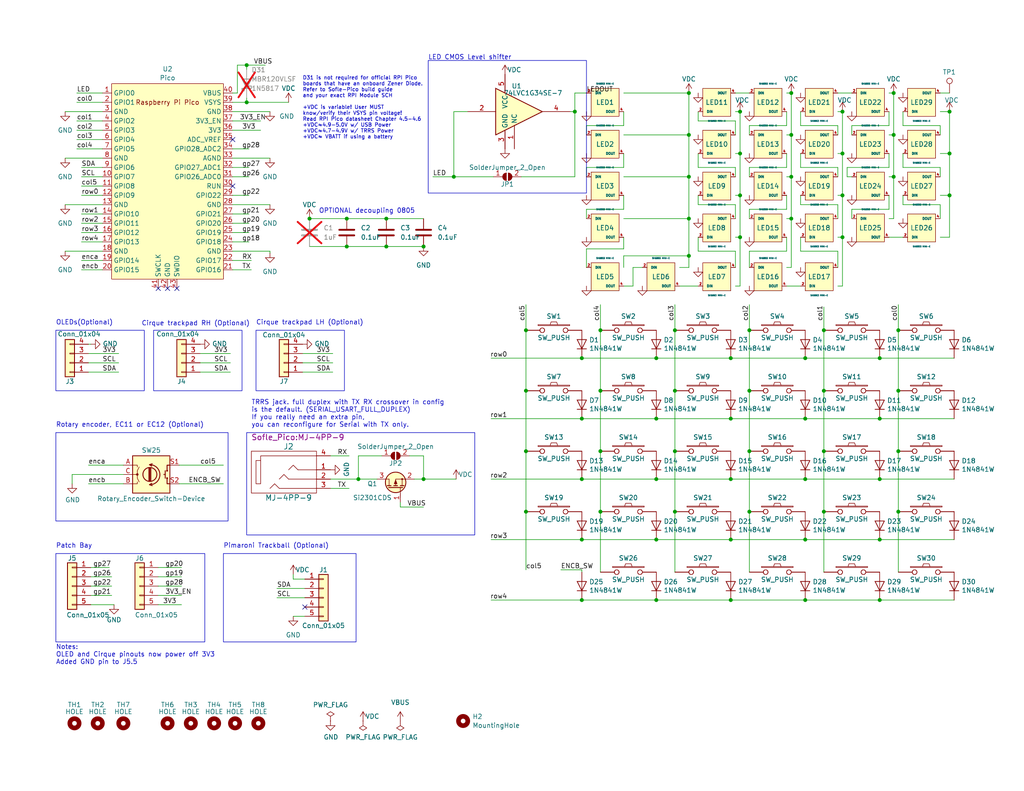
<source format=kicad_sch>
(kicad_sch (version 20230121) (generator eeschema)
  (paper "A")
  (title_block (title "Sofle Pico Choc") (date "2024-02-28") (rev "v3.5.X") (comment 1 "https://github.com/josefadamcik/SofleKeyboard") (comment 2 "Based on the Sofle by Josef Adamcik") (comment 3 "https://github.com/JellyTitan") (comment 4 "Designed by Ryan Neff, Choc'd by P. Werle"))
  (junction (at 179.07 163.83))
  (junction (at 229.87 64.77))
  (junction (at 115.57 67.31))
  (junction (at 163.83 123.19))
  (junction (at 204.47 123.19))
  (junction (at 123.825 48.26))
  (junction (at 215.9 59.69))
  (junction (at 259.08 30.48))
  (junction (at 143.51 90.17))
  (junction (at 245.11 90.17))
  (junction (at 187.96 59.69))
  (junction (at 240.03 114.3))
  (junction (at 143.51 139.7))
  (junction (at 229.87 53.34))
  (junction (at 224.79 106.68))
  (junction (at 199.39 147.32))
  (junction (at 219.71 130.81))
  (junction (at 143.51 106.68))
  (junction (at 224.79 90.17))
  (junction (at 179.07 130.81))
  (junction (at 245.11 106.68))
  (junction (at 94.615 67.31))
  (junction (at 179.07 114.3))
  (junction (at 179.07 97.79))
  (junction (at 243.84 36.83))
  (junction (at 224.79 123.19))
  (junction (at 215.9 36.83))
  (junction (at 240.03 130.81))
  (junction (at 243.84 48.26))
  (junction (at 105.41 59.69))
  (junction (at 219.71 163.83))
  (junction (at 215.9 48.26))
  (junction (at 184.15 90.17))
  (junction (at 184.15 139.7))
  (junction (at 84.455 59.69))
  (junction (at 158.75 97.79))
  (junction (at 201.93 53.34))
  (junction (at 240.03 163.83))
  (junction (at 240.03 97.79))
  (junction (at 199.39 130.81))
  (junction (at 259.08 41.91))
  (junction (at 158.75 130.81))
  (junction (at 105.41 67.31))
  (junction (at 245.11 123.19))
  (junction (at 163.83 139.7))
  (junction (at 199.39 114.3))
  (junction (at 201.93 30.48))
  (junction (at 201.93 41.91))
  (junction (at 204.47 90.17))
  (junction (at 259.08 53.34))
  (junction (at 184.15 123.19))
  (junction (at 67.31 27.94))
  (junction (at 204.47 106.68))
  (junction (at 243.84 25.4))
  (junction (at 199.39 97.79))
  (junction (at 158.75 147.32))
  (junction (at 163.83 106.68))
  (junction (at 201.93 64.77))
  (junction (at 94.615 59.69))
  (junction (at 115.57 130.81))
  (junction (at 229.87 41.91))
  (junction (at 97.79 130.81))
  (junction (at 204.47 139.7))
  (junction (at 179.07 147.32))
  (junction (at 158.75 163.83))
  (junction (at 199.39 163.83))
  (junction (at 187.96 25.4))
  (junction (at 163.83 90.17))
  (junction (at 219.71 147.32))
  (junction (at 219.71 114.3))
  (junction (at 215.9 25.4))
  (junction (at 224.79 139.7))
  (junction (at 158.75 114.3))
  (junction (at 240.03 147.32))
  (junction (at 229.87 30.48))
  (junction (at 187.96 48.26))
  (junction (at 156.845 30.48))
  (junction (at 245.11 139.7))
  (junction (at 187.96 36.83))
  (junction (at 219.71 97.79))
  (junction (at 67.31 17.78))
  (junction (at 187.96 69.85))
  (junction (at 143.51 123.19))
  (junction (at 184.15 106.68))
  (no_connect (at 45.72 78.74))
  (no_connect (at 63.5 38.1))
  (no_connect (at 43.18 78.74))
  (no_connect (at 83.185 165.735))
  (no_connect (at 48.26 78.74))
  (no_connect (at 63.5 50.8))
  (wire (pts (xy 214.63 78.105) (xy 218.44 78.105)))
  (wire (pts (xy 200.66 25.4) (xy 204.47 25.4)))
  (wire (pts (xy 170.18 69.85) (xy 170.18 73.025)))
  (wire (pts (xy 259.08 53.34) (xy 259.08 41.91)))
  (wire (pts (xy 24.13 99.06) (xy 32.385 99.06)))
  (wire (pts (xy 123.825 48.26) (xy 134.62 48.26)))
  (wire (pts (xy 240.03 147.32) (xy 260.35 147.32)))
  (wire (pts (xy 259.08 41.91) (xy 259.08 30.48)))
  (wire (pts (xy 185.42 73.025) (xy 187.96 73.025)))
  (wire (pts (xy 63.5 53.34) (xy 67.945 53.34)))
  (wire (pts (xy 232.41 57.15) (xy 232.41 59.69)))
  (wire (pts (xy 215.9 36.83) (xy 214.63 36.83)))
  (wire (pts (xy 156.845 30.48) (xy 155.575 30.48)))
  (wire (pts (xy 63.5 45.72) (xy 67.945 45.72)))
  (wire (pts (xy 67.31 17.78) (xy 72.39 17.78)))
  (wire (pts (xy 90.17 124.46) (xy 95.25 124.46)))
  (wire (pts (xy 228.6 25.4) (xy 232.41 25.4)))
  (wire (pts (xy 242.57 41.91) (xy 242.57 45.72)))
  (wire (pts (xy 54.61 96.52) (xy 62.865 96.52)))
  (wire (pts (xy 63.5 40.64) (xy 67.945 40.64)))
  (wire (pts (xy 158.75 130.81) (xy 179.07 130.81)))
  (wire (pts (xy 215.9 59.69) (xy 215.9 73.025)))
  (wire (pts (xy 228.6 45.72) (xy 218.44 45.72)))
  (wire (pts (xy 63.5 27.94) (xy 67.31 27.94)))
  (wire (pts (xy 163.83 106.68) (xy 163.83 123.19)))
  (wire (pts (xy 133.985 114.3) (xy 158.75 114.3)))
  (wire (pts (xy 160.02 67.945) (xy 160.02 73.025)))
  (wire (pts (xy 204.47 139.7) (xy 204.47 156.21)))
  (wire (pts (xy 105.41 59.69) (xy 115.57 59.69)))
  (wire (pts (xy 231.14 45.72) (xy 231.14 48.26)))
  (wire (pts (xy 158.75 155.575) (xy 158.75 156.21)))
  (wire (pts (xy 133.985 147.32) (xy 158.75 147.32)))
  (wire (pts (xy 243.84 36.83) (xy 242.57 36.83)))
  (wire (pts (xy 246.38 34.29) (xy 246.38 30.48)))
  (wire (pts (xy 200.66 68.58) (xy 190.5 68.58)))
  (wire (pts (xy 123.825 30.48) (xy 123.825 48.26)))
  (wire (pts (xy 204.47 83.185) (xy 204.47 90.17)))
  (wire (pts (xy 218.44 55.88) (xy 218.44 53.34)))
  (wire (pts (xy 170.18 41.91) (xy 170.18 45.72)))
  (wire (pts (xy 243.84 48.26) (xy 243.84 59.69)))
  (wire (pts (xy 187.96 48.26) (xy 187.96 59.69)))
  (wire (pts (xy 115.57 130.81) (xy 124.46 130.81)))
  (wire (pts (xy 229.87 41.91) (xy 229.87 53.34)))
  (wire (pts (xy 172.72 78.105) (xy 172.72 73.025)))
  (wire (pts (xy 48.895 132.08) (xy 60.96 132.08)))
  (wire (pts (xy 63.5 43.18) (xy 73.66 43.18)))
  (wire (pts (xy 17.78 68.58) (xy 27.94 68.58)))
  (wire (pts (xy 94.615 59.69) (xy 105.41 59.69)))
  (wire (pts (xy 245.11 83.185) (xy 245.11 90.17)))
  (wire (pts (xy 22.225 50.8) (xy 27.94 50.8)))
  (wire (pts (xy 243.84 25.4) (xy 242.57 25.4)))
  (wire (pts (xy 73.66 30.48) (xy 63.5 30.48)))
  (wire (pts (xy 204.47 57.15) (xy 204.47 59.69)))
  (wire (pts (xy 170.18 57.15) (xy 160.02 57.15)))
  (wire (pts (xy 185.42 78.105) (xy 190.5 78.105)))
  (wire (pts (xy 228.6 30.48) (xy 229.87 30.48)))
  (wire (pts (xy 245.11 139.7) (xy 245.11 156.21)))
  (wire (pts (xy 240.03 163.83) (xy 260.35 163.83)))
  (wire (pts (xy 215.9 25.4) (xy 214.63 25.4)))
  (wire (pts (xy 215.9 25.4) (xy 215.9 36.83)))
  (wire (pts (xy 229.87 78.105) (xy 228.6 78.105)))
  (wire (pts (xy 256.54 45.72) (xy 246.38 45.72)))
  (wire (pts (xy 184.15 106.68) (xy 184.15 123.19)))
  (wire (pts (xy 228.6 59.69) (xy 228.6 55.88)))
  (wire (pts (xy 245.11 123.19) (xy 245.11 106.68)))
  (wire (pts (xy 199.39 147.32) (xy 219.71 147.32)))
  (wire (pts (xy 17.78 43.18) (xy 27.94 43.18)))
  (wire (pts (xy 113.03 130.81) (xy 115.57 130.81)))
  (wire (pts (xy 33.655 129.54) (xy 19.685 129.54)))
  (wire (pts (xy 218.44 68.58) (xy 218.44 64.77)))
  (wire (pts (xy 214.63 57.15) (xy 204.47 57.15)))
  (wire (pts (xy 170.18 30.48) (xy 170.18 34.29)))
  (wire (pts (xy 170.18 34.29) (xy 160.02 34.29)))
  (wire (pts (xy 160.02 34.29) (xy 160.02 36.83)))
  (wire (pts (xy 219.71 147.32) (xy 240.03 147.32)))
  (wire (pts (xy 256.54 55.88) (xy 246.38 55.88)))
  (wire (pts (xy 224.79 90.17) (xy 224.79 106.68)))
  (wire (pts (xy 200.66 73.025) (xy 200.66 68.58)))
  (wire (pts (xy 187.96 59.69) (xy 187.96 69.85)))
  (wire (pts (xy 214.63 53.34) (xy 214.63 57.15)))
  (wire (pts (xy 240.03 97.79) (xy 219.71 97.79)))
  (wire (pts (xy 184.15 90.17) (xy 184.15 106.68)))
  (wire (pts (xy 231.14 48.26) (xy 232.41 48.26)))
  (wire (pts (xy 63.5 48.26) (xy 67.945 48.26)))
  (wire (pts (xy 200.66 48.26) (xy 200.66 45.72)))
  (wire (pts (xy 187.96 36.83) (xy 170.18 36.83)))
  (wire (pts (xy 242.57 45.72) (xy 231.14 45.72)))
  (wire (pts (xy 90.17 130.81) (xy 97.79 130.81)))
  (wire (pts (xy 243.84 36.83) (xy 243.84 25.4)))
  (wire (pts (xy 204.47 68.58) (xy 204.47 73.025)))
  (wire (pts (xy 259.08 53.34) (xy 256.54 53.34)))
  (wire (pts (xy 200.66 59.69) (xy 200.66 55.88)))
  (wire (pts (xy 80.01 158.115) (xy 83.185 158.115)))
  (wire (pts (xy 156.845 25.4) (xy 160.02 25.4)))
  (wire (pts (xy 199.39 130.81) (xy 219.71 130.81)))
  (wire (pts (xy 256.54 64.77) (xy 259.08 64.77)))
  (wire (pts (xy 215.9 36.83) (xy 215.9 48.26)))
  (wire (pts (xy 64.77 17.78) (xy 67.31 17.78)))
  (wire (pts (xy 179.07 97.79) (xy 158.75 97.79)))
  (wire (pts (xy 24.765 165.1) (xy 31.115 165.1)))
  (wire (pts (xy 204.47 123.19) (xy 204.47 139.7)))
  (wire (pts (xy 170.18 69.85) (xy 187.96 69.85)))
  (wire (pts (xy 256.54 25.4) (xy 259.08 25.4)))
  (wire (pts (xy 160.02 45.72) (xy 160.02 48.26)))
  (wire (pts (xy 214.63 41.91) (xy 214.63 45.72)))
  (wire (pts (xy 20.955 27.94) (xy 27.94 27.94)))
  (wire (pts (xy 190.5 33.02) (xy 190.5 30.48)))
  (wire (pts (xy 90.17 133.35) (xy 95.25 133.35)))
  (wire (pts (xy 259.08 64.77) (xy 259.08 53.34)))
  (wire (pts (xy 104.14 124.46) (xy 97.79 124.46)))
  (wire (pts (xy 160.02 57.15) (xy 160.02 59.69)))
  (wire (pts (xy 170.18 64.77) (xy 170.18 67.945)))
  (wire (pts (xy 127.635 30.48) (xy 123.825 30.48)))
  (wire (pts (xy 163.83 83.185) (xy 163.83 90.17)))
  (wire (pts (xy 201.93 64.77) (xy 201.93 53.34)))
  (wire (pts (xy 22.225 60.96) (xy 27.94 60.96)))
  (wire (pts (xy 190.5 55.88) (xy 190.5 53.34)))
  (wire (pts (xy 22.225 66.04) (xy 27.94 66.04)))
  (wire (pts (xy 201.93 41.91) (xy 200.66 41.91)))
  (wire (pts (xy 179.07 97.79) (xy 199.39 97.79)))
  (wire (pts (xy 105.41 67.31) (xy 115.57 67.31)))
  (wire (pts (xy 43.18 160.02) (xy 49.53 160.02)))
  (wire (pts (xy 201.93 64.77) (xy 200.66 64.77)))
  (wire (pts (xy 82.55 99.06) (xy 90.805 99.06)))
  (wire (pts (xy 200.66 36.83) (xy 200.66 33.02)))
  (wire (pts (xy 187.96 25.4) (xy 170.18 25.4)))
  (wire (pts (xy 156.845 30.48) (xy 156.845 48.26)))
  (wire (pts (xy 170.18 45.72) (xy 160.02 45.72)))
  (wire (pts (xy 214.63 73.025) (xy 215.9 73.025)))
  (wire (pts (xy 228.6 34.29) (xy 218.44 34.29)))
  (wire (pts (xy 229.87 53.34) (xy 228.6 53.34)))
  (wire (pts (xy 133.985 130.81) (xy 158.75 130.81)))
  (wire (pts (xy 170.18 48.26) (xy 187.96 48.26)))
  (wire (pts (xy 20.955 38.1) (xy 27.94 38.1)))
  (wire (pts (xy 242.57 30.48) (xy 242.57 34.29)))
  (wire (pts (xy 214.63 30.48) (xy 214.63 34.29)))
  (wire (pts (xy 17.78 55.88) (xy 27.94 55.88)))
  (wire (pts (xy 228.6 36.83) (xy 228.6 34.29)))
  (wire (pts (xy 142.24 48.26) (xy 156.845 48.26)))
  (wire (pts (xy 215.9 48.26) (xy 214.63 48.26)))
  (wire (pts (xy 187.96 59.69) (xy 170.18 59.69)))
  (wire (pts (xy 229.87 64.77) (xy 229.87 78.105)))
  (wire (pts (xy 54.61 99.06) (xy 62.865 99.06)))
  (wire (pts (xy 184.15 123.19) (xy 184.15 139.7)))
  (wire (pts (xy 118.11 48.26) (xy 123.825 48.26)))
  (wire (pts (xy 187.96 69.85) (xy 187.96 73.025)))
  (wire (pts (xy 224.79 139.7) (xy 224.79 156.21)))
  (wire (pts (xy 63.5 33.02) (xy 71.12 33.02)))
  (wire (pts (xy 256.54 59.69) (xy 256.54 55.88)))
  (wire (pts (xy 246.38 45.72) (xy 246.38 41.91)))
  (wire (pts (xy 24.13 132.08) (xy 33.655 132.08)))
  (wire (pts (xy 22.225 71.12) (xy 27.94 71.12)))
  (wire (pts (xy 22.225 48.26) (xy 27.94 48.26)))
  (wire (pts (xy 179.07 114.3) (xy 199.39 114.3)))
  (wire (pts (xy 67.31 27.94) (xy 78.74 27.94)))
  (wire (pts (xy 158.75 163.83) (xy 179.07 163.83)))
  (wire (pts (xy 240.03 114.3) (xy 260.35 114.3)))
  (wire (pts (xy 256.54 48.26) (xy 256.54 45.72)))
  (wire (pts (xy 75.565 160.655) (xy 83.185 160.655)))
  (wire (pts (xy 153.035 155.575) (xy 158.75 155.575)))
  (wire (pts (xy 143.51 139.7) (xy 143.51 155.575)))
  (wire (pts (xy 218.44 45.72) (xy 218.44 41.91)))
  (wire (pts (xy 201.93 30.48) (xy 200.66 30.48)))
  (wire (pts (xy 24.13 101.6) (xy 32.385 101.6)))
  (wire (pts (xy 219.71 130.81) (xy 240.03 130.81)))
  (wire (pts (xy 242.57 57.15) (xy 232.41 57.15)))
  (wire (pts (xy 24.765 154.94) (xy 29.845 154.94)))
  (wire (pts (xy 143.51 83.185) (xy 143.51 90.17)))
  (wire (pts (xy 232.41 34.29) (xy 232.41 36.83)))
  (wire (pts (xy 43.18 157.48) (xy 49.53 157.48)))
  (wire (pts (xy 22.225 53.34) (xy 27.94 53.34)))
  (wire (pts (xy 187.96 36.83) (xy 187.96 48.26)))
  (wire (pts (xy 242.57 59.69) (xy 243.84 59.69)))
  (wire (pts (xy 219.71 114.3) (xy 240.03 114.3)))
  (wire (pts (xy 224.79 83.82) (xy 224.79 90.17)))
  (wire (pts (xy 214.63 34.29) (xy 204.47 34.29)))
  (wire (pts (xy 75.565 163.195) (xy 83.185 163.195)))
  (wire (pts (xy 172.72 73.025) (xy 175.26 73.025)))
  (wire (pts (xy 224.79 106.68) (xy 224.79 123.19)))
  (wire (pts (xy 143.51 123.19) (xy 143.51 139.7)))
  (wire (pts (xy 242.57 64.77) (xy 246.38 64.77)))
  (wire (pts (xy 229.87 30.48) (xy 229.87 41.91)))
  (wire (pts (xy 43.18 154.94) (xy 49.53 154.94)))
  (wire (pts (xy 63.5 71.12) (xy 68.58 71.12)))
  (wire (pts (xy 204.47 106.68) (xy 204.47 123.19)))
  (wire (pts (xy 200.66 55.88) (xy 190.5 55.88)))
  (wire (pts (xy 201.93 53.34) (xy 200.66 53.34)))
  (wire (pts (xy 204.47 90.17) (xy 204.47 106.68)))
  (wire (pts (xy 187.96 25.4) (xy 187.96 36.83)))
  (wire (pts (xy 20.955 33.02) (xy 27.94 33.02)))
  (wire (pts (xy 228.6 73.025) (xy 228.6 68.58)))
  (wire (pts (xy 163.83 90.17) (xy 163.83 106.68)))
  (wire (pts (xy 214.63 64.77) (xy 214.63 68.58)))
  (wire (pts (xy 199.39 114.3) (xy 219.71 114.3)))
  (wire (pts (xy 94.615 67.31) (xy 105.41 67.31)))
  (wire (pts (xy 54.61 101.6) (xy 62.865 101.6)))
  (wire (pts (xy 82.55 101.6) (xy 90.805 101.6)))
  (wire (pts (xy 48.895 127) (xy 60.96 127)))
  (wire (pts (xy 24.13 96.52) (xy 32.385 96.52)))
  (wire (pts (xy 24.765 162.56) (xy 30.48 162.56)))
  (wire (pts (xy 97.79 130.81) (xy 102.87 130.81)))
  (wire (pts (xy 240.03 130.81) (xy 260.35 130.81)))
  (wire (pts (xy 63.5 63.5) (xy 67.945 63.5)))
  (wire (pts (xy 17.78 30.48) (xy 27.94 30.48)))
  (wire (pts (xy 84.455 67.31) (xy 94.615 67.31)))
  (wire (pts (xy 218.44 34.29) (xy 218.44 30.48)))
  (wire (pts (xy 22.225 45.72) (xy 27.94 45.72)))
  (wire (pts (xy 170.18 78.105) (xy 172.72 78.105)))
  (wire (pts (xy 111.76 124.46) (xy 115.57 124.46)))
  (wire (pts (xy 67.31 26.67) (xy 67.31 27.94)))
  (wire (pts (xy 179.07 147.32) (xy 158.75 147.32)))
  (wire (pts (xy 63.5 35.56) (xy 71.12 35.56)))
  (wire (pts (xy 20.955 40.64) (xy 27.94 40.64)))
  (wire (pts (xy 204.47 45.72) (xy 204.47 48.26)))
  (wire (pts (xy 163.83 139.7) (xy 163.83 156.21)))
  (wire (pts (xy 201.93 78.105) (xy 201.93 64.77)))
  (wire (pts (xy 200.66 45.72) (xy 190.5 45.72)))
  (wire (pts (xy 199.39 163.83) (xy 219.71 163.83)))
  (wire (pts (xy 190.5 45.72) (xy 190.5 41.91)))
  (wire (pts (xy 43.18 165.1) (xy 49.53 165.1)))
  (wire (pts (xy 246.38 55.88) (xy 246.38 53.34)))
  (wire (pts (xy 170.18 53.34) (xy 170.18 57.15)))
  (wire (pts (xy 143.51 106.68) (xy 143.51 123.19)))
  (wire (pts (xy 20.955 35.56) (xy 27.94 35.56)))
  (wire (pts (xy 63.5 58.42) (xy 67.945 58.42)))
  (wire (pts (xy 64.77 25.4) (xy 64.77 17.78)))
  (wire (pts (xy 243.84 48.26) (xy 243.84 36.83)))
  (wire (pts (xy 84.455 59.69) (xy 94.615 59.69)))
  (wire (pts (xy 24.765 157.48) (xy 30.48 157.48)))
  (wire (pts (xy 63.5 68.58) (xy 73.66 68.58)))
  (wire (pts (xy 115.57 124.46) (xy 115.57 130.81)))
  (wire (pts (xy 229.87 64.77) (xy 228.6 64.77)))
  (wire (pts (xy 24.13 93.98) (xy 24.765 93.98)))
  (wire (pts (xy 228.6 48.26) (xy 228.6 45.72)))
  (wire (pts (xy 201.93 53.34) (xy 201.93 41.91)))
  (wire (pts (xy 201.93 41.91) (xy 201.93 30.48)))
  (wire (pts (xy 170.18 67.945) (xy 160.02 67.945)))
  (wire (pts (xy 109.22 138.43) (xy 109.22 137.16)))
  (wire (pts (xy 259.08 30.48) (xy 256.54 30.48)))
  (wire (pts (xy 228.6 55.88) (xy 218.44 55.88)))
  (wire (pts (xy 73.66 68.58) (xy 73.66 69.088)))
  (wire (pts (xy 63.5 25.4) (xy 64.77 25.4)))
  (wire (pts (xy 219.71 163.83) (xy 240.03 163.83)))
  (wire (pts (xy 256.54 34.29) (xy 246.38 34.29)))
  (wire (pts (xy 115.57 138.43) (xy 109.22 138.43)))
  (wire (pts (xy 184.15 139.7) (xy 184.15 156.21)))
  (wire (pts (xy 214.63 59.69) (xy 215.9 59.69)))
  (wire (pts (xy 179.07 163.83) (xy 199.39 163.83)))
  (wire (pts (xy 256.54 36.83) (xy 256.54 34.29)))
  (wire (pts (xy 259.08 41.91) (xy 256.54 41.91)))
  (wire (pts (xy 179.07 147.32) (xy 199.39 147.32)))
  (wire (pts (xy 80.01 168.275) (xy 83.185 168.275)))
  (wire (pts (xy 242.57 34.29) (xy 232.41 34.29)))
  (wire (pts (xy 143.51 90.17) (xy 143.51 106.68)))
  (wire (pts (xy 63.5 55.88) (xy 73.66 55.88)))
  (wire (pts (xy 240.03 97.79) (xy 260.35 97.79)))
  (wire (pts (xy 243.84 48.26) (xy 242.57 48.26)))
  (wire (pts (xy 179.07 130.81) (xy 199.39 130.81)))
  (wire (pts (xy 163.83 123.19) (xy 163.83 139.7)))
  (wire (pts (xy 215.9 59.69) (xy 215.9 48.26)))
  (wire (pts (xy 20.955 25.4) (xy 27.94 25.4)))
  (wire (pts (xy 229.87 53.34) (xy 229.87 64.77)))
  (wire (pts (xy 199.39 97.79) (xy 219.71 97.79)))
  (wire (pts (xy 184.15 83.185) (xy 184.15 90.17)))
  (wire (pts (xy 82.55 96.52) (xy 90.805 96.52)))
  (wire (pts (xy 156.845 25.4) (xy 156.845 30.48)))
  (wire (pts (xy 224.79 123.19) (xy 224.79 139.7)))
  (wire (pts (xy 43.18 162.56) (xy 49.53 162.56)))
  (wire (pts (xy 97.79 124.46) (xy 97.79 130.81)))
  (wire (pts (xy 133.985 163.83) (xy 158.75 163.83)))
  (wire (pts (xy 204.47 34.29) (xy 204.47 36.83)))
  (wire (pts (xy 24.13 127) (xy 33.655 127)))
  (wire (pts (xy 22.225 63.5) (xy 27.94 63.5)))
  (wire (pts (xy 22.225 73.66) (xy 27.94 73.66)))
  (wire (pts (xy 200.66 78.105) (xy 201.93 78.105)))
  (wire (pts (xy 19.685 129.54) (xy 19.685 132.08)))
  (wire (pts (xy 245.11 106.68) (xy 245.11 90.17)))
  (wire (pts (xy 22.225 58.42) (xy 27.94 58.42)))
  (wire (pts (xy 67.31 17.78) (xy 67.31 19.05)))
  (wire (pts (xy 214.63 45.72) (xy 204.47 45.72)))
  (wire (pts (xy 63.5 60.96) (xy 67.945 60.96)))
  (wire (pts (xy 228.6 41.91) (xy 229.87 41.91)))
  (wire (pts (xy 179.07 114.3) (xy 158.75 114.3)))
  (wire (pts (xy 190.5 68.58) (xy 190.5 64.77)))
  (wire (pts (xy 63.5 66.04) (xy 67.945 66.04)))
  (wire (pts (xy 63.5 73.66) (xy 68.58 73.66)))
  (wire (pts (xy 204.47 68.58) (xy 214.63 68.58)))
  (wire (pts (xy 245.11 123.19) (xy 245.11 139.7)))
  (wire (pts (xy 242.57 53.34) (xy 242.57 57.15)))
  (wire (pts (xy 24.765 160.02) (xy 30.48 160.02)))
  (wire (pts (xy 200.66 33.02) (xy 190.5 33.02)))
  (wire (pts (xy 80.01 156.845) (xy 80.01 158.115)))
  (wire (pts (xy 228.6 68.58) (xy 218.44 68.58)))
  (wire (pts (xy 133.985 97.79) (xy 158.75 97.79)))
  (rectangle (start 15.24 90.17) (end 39.37 106.68))
  (rectangle (start 41.91 90.17) (end 66.04 106.68))
  (rectangle (start 116.84 16.51) (end 160.02 52.705))
  (rectangle (start 15.24 118.11) (end 62.23 142.24))
  (rectangle (start 67.31 118.11) (end 129.54 146.05))
  (rectangle (start 69.85 90.17) (end 93.98 106.68))
  (rectangle (start 15.24 151.13) (end 55.88 175.26))
  (rectangle (start 60.96 151.13) (end 97.155 175.26))
  (text "Cirque trackpad RH (Optional)\n" (at 38.608 89.154 0) (effects (font (size 1.27 1.27)) (justify left bottom)))
  (text "TRRS jack. full duplex with TX RX crossover in config \nis the default. (SERIAL_USART_FULL_DUPLEX)\nIf you really need an extra pin, \nyou can reconfigure for Serial with TX only." (at 68.58 116.84 0) (effects (font (size 1.27 1.27)) (justify left bottom)))
  (text "Pimaroni Trackball (Optional)\n" (at 60.96 149.86 0) (effects (font (size 1.27 1.27)) (justify left bottom)))
  (text "Rotary encoder, EC11 or EC12 (Optional)\n" (at 15.24 116.84 0) (effects (font (size 1.27 1.27)) (justify left bottom)))
  (text "D31 is not required for official RPI Pico \nboards that have an onboard Zener Diode.\nRefer to Sofle-Pico build guide \nand your exact RPI Module SCH \n\n+VDC is variable! User MUST\nknow/verify their VSYS pin voltage!\nRead RPI Pico datasheet Chapter 4.5-4.6\n+VDC≈4.9-5.0V w/ USB Power\n+VDC≈4.7-4.9V w/ TRRS Power\n+VDC≈ VBATT if using a battery" (at 82.55 38.1 0) (effects (font (size 1 1)) (justify left bottom)))
  (text "LED CMOS Level shifter" (at 116.84 16.51 0) (effects (font (size 1.27 1.27)) (justify left bottom)))
  (text "OLEDs(Optional)\n" (at 15.24 88.9 0) (effects (font (size 1.27 1.27)) (justify left bottom)))
  (text "Patch Bay" (at 15.24 149.86 0) (effects (font (size 1.27 1.27)) (justify left bottom)))
  (text "Cirque trackpad LH (Optional)\n" (at 69.85 88.9 0) (effects (font (size 1.27 1.27)) (justify left bottom)))
  (text "OPTIONAL decoupling 0805\n" (at 86.995 58.42 0) (effects (font (size 1.27 1.27)) (justify left bottom)))
  (text "Notes:\nOLED and Cirque pinouts now power off 3V3 \nAdded GND pin to J5.5  " (at 15.24 181.61 0) (effects (font (size 1.27 1.27)) (justify left bottom)))
  (label "row1" (at 138.43 114.3 180))
  (label "RX" (at 92.075 124.46 0))
  (label "col2" (at 20.955 35.56 0))
  (label "LED" (at 118.11 48.26 0))
  (label "gp19" (at 66.04 63.5 0))
  (label "gp18" (at 66.04 66.04 0))
  (label "col5" (at 143.51 155.575 0))
  (label "gp28" (at 45.085 160.02 0))
  (label "gp21" (at 25.4 162.56 0))
  (label "gp21" (at 66.04 58.42 0))
  (label "row2" (at 138.43 130.81 180))
  (label "3V3_EN" (at 45.085 162.56 0))
  (label "SCL" (at 86.36 99.06 0))
  (label "row4" (at 22.225 66.04 0))
  (label "col4" (at 20.955 40.64 0))
  (label "3V3" (at 86.36 96.52 0))
  (label "VBUS" (at 111.125 138.43 0))
  (label "row3" (at 138.43 147.32 180))
  (label "RX" (at 66.04 71.12 0))
  (label "col1" (at 20.955 33.02 0))
  (label "gp27" (at 66.04 45.72 0))
  (label "VBUS" (at 69.215 17.78 0))
  (label "SDA" (at 58.42 101.6 0))
  (label "enca" (at 24.13 127 0))
  (label "row1" (at 22.225 58.42 0))
  (label "col5" (at 54.61 127 0))
  (label "row3" (at 22.225 63.5 0))
  (label "encb" (at 22.225 73.66 0))
  (label "LEDOUT" (at 160.02 25.4 0))
  (label "row4" (at 138.43 163.83 180))
  (label "gp22" (at 66.04 53.34 0))
  (label "SDA" (at 86.36 101.6 0))
  (label "SDA" (at 27.94 101.6 0))
  (label "3V3_EN" (at 65.405 33.02 0))
  (label "SCL" (at 58.42 99.06 0))
  (label "col0" (at 245.11 87.63 90))
  (label "gp20" (at 66.04 60.96 0))
  (label "TX" (at 92.075 133.35 0))
  (label "col0" (at 20.955 27.94 0))
  (label "gp19" (at 45.085 157.48 0))
  (label "SDA" (at 75.565 160.655 0))
  (label "gp26" (at 25.4 157.48 0))
  (label "row2" (at 22.225 60.96 0))
  (label "3V3" (at 66.04 35.56 0))
  (label "3V3" (at 44.45 165.1 0))
  (label "gp20" (at 45.085 154.94 0))
  (label "3V3" (at 58.42 96.52 0))
  (label "gp27" (at 25.4 154.94 0))
  (label "col2" (at 204.47 87.63 90))
  (label "col3" (at 20.955 38.1 0))
  (label "col5" (at 22.225 50.8 0))
  (label "SCL" (at 22.225 48.26 0))
  (label "LED" (at 20.955 25.4 0))
  (label "SDA" (at 22.225 45.72 0))
  (label "encb" (at 24.13 132.08 0))
  (label "gp28" (at 66.04 40.64 0))
  (label "col5" (at 143.51 87.63 90))
  (label "row0" (at 138.43 97.79 180))
  (label "col4" (at 163.83 87.63 90))
  (label "gp22" (at 25.4 160.02 0))
  (label "TX" (at 66.04 73.66 0))
  (label "ENCB_SW" (at 153.035 155.575 0))
  (label "gp26" (at 66.04 48.26 0))
  (label "SCL" (at 27.94 99.06 0))
  (label "3V3" (at 27.94 96.52 0))
  (label "SCL" (at 75.565 163.195 0))
  (label "col3" (at 184.15 87.63 90))
  (label "enca" (at 22.225 71.12 0))
  (label "ENCB_SW" (at 51.435 132.08 0))
  (label "col1" (at 224.79 87.63 90))
  (label "row0" (at 22.225 53.34 0))
  (symbol (lib_id "Sofle_Pico:SW_PUSH") (at 151.13 90.17 0) (unit 1)
    (property "Reference" "SW1" (at 151.13 86.36 0))
    (property "Value" "SW_PUSH" (at 151.13 92.202 0))
    (property "Footprint" "Sofle_Pico:Cherry_MX_DS_Hotswap_v3.5.4" (effects hide))
  )
  (symbol (lib_id "SofleKeyboard-rescue:D-Lily58-cache-Lily58_Pro-rescue") (at 158.75 93.98 90) (unit 1)
    (property "Reference" "D1" (at 160.7566 92.8116 90) (effects (justify right)))
    (property "Value" "1N4841W" (at 160.7566 95.123 90) (effects (justify right)))
    (property "Footprint" "Sofle_Pico:D_SOD-123_DO-35_Hybrid_DoubleSided_V2" (effects hide))
    (property "MFG" "Semtech" (effects hide))
    (property "MFG PN" "1N4148W" (effects hide))
    (property "Voltage Rating" "75v" (effects hide))
    (property "JLCPCB_PN" "C81598" (effects hide))
    (property " LCSC part number" "C94111" (effects hide))
  )
  (symbol (lib_id "Sofle_Pico:SW_PUSH") (at 171.45 90.17 0) (unit 1)
    (property "Reference" "SW2" (at 171.45 86.36 0))
    (property "Value" "SW_PUSH" (at 171.45 92.202 0))
    (property "Footprint" "Sofle_Pico:Cherry_MX_DS_Hotswap_v3.5.4" (effects hide))
  )
  (symbol (lib_id "SofleKeyboard-rescue:D-Lily58-cache-Lily58_Pro-rescue") (at 179.07 93.98 90) (unit 1)
    (property "Reference" "D2" (at 181.0766 92.8116 90) (effects (justify right)))
    (property "Value" "1N4841W" (at 181.0766 95.123 90) (effects (justify right)))
    (property "Footprint" "Sofle_Pico:D_SOD-123_DO-35_Hybrid_DoubleSided_V2" (effects hide))
    (property "MFG" "Semtech" (effects hide))
    (property "MFG PN" "1N4148W" (effects hide))
    (property "Voltage Rating" "75v" (effects hide))
    (property "JLCPCB_PN" "C81598" (effects hide))
    (property " LCSC part number" "C94111" (effects hide))
  )
  (symbol (lib_id "Sofle_Pico:SW_PUSH") (at 191.77 90.17 0) (unit 1)
    (property "Reference" "SW3" (at 191.77 86.36 0))
    (property "Value" "SW_PUSH" (at 191.77 92.202 0))
    (property "Footprint" "Sofle_Pico:Cherry_MX_DS_Hotswap_v3.5.4" (effects hide))
  )
  (symbol (lib_id "SofleKeyboard-rescue:D-Lily58-cache-Lily58_Pro-rescue") (at 199.39 93.98 90) (unit 1)
    (property "Reference" "D3" (at 201.3966 92.8116 90) (effects (justify right)))
    (property "Value" "1N4841W" (at 201.3966 95.123 90) (effects (justify right)))
    (property "Footprint" "Sofle_Pico:D_SOD-123_DO-35_Hybrid_DoubleSided_V2" (effects hide))
    (property "MFG" "Semtech" (effects hide))
    (property "MFG PN" "1N4148W" (effects hide))
    (property "Voltage Rating" "75v" (effects hide))
    (property "JLCPCB_PN" "C81598" (effects hide))
    (property " LCSC part number" "C94111" (effects hide))
  )
  (symbol (lib_id "Sofle_Pico:SW_PUSH") (at 212.09 90.17 0) (unit 1)
    (property "Reference" "SW4" (at 212.09 86.36 0))
    (property "Value" "SW_PUSH" (at 212.09 92.202 0))
    (property "Footprint" "Sofle_Pico:Cherry_MX_DS_Hotswap_v3.5.4" (effects hide))
  )
  (symbol (lib_id "SofleKeyboard-rescue:D-Lily58-cache-Lily58_Pro-rescue") (at 219.71 93.98 90) (unit 1)
    (property "Reference" "D4" (at 221.7166 92.8116 90) (effects (justify right)))
    (property "Value" "1N4841W" (at 221.7166 95.123 90) (effects (justify right)))
    (property "Footprint" "Sofle_Pico:D_SOD-123_DO-35_Hybrid_DoubleSided_V2" (effects hide))
    (property "MFG" "Semtech" (effects hide))
    (property "MFG PN" "1N4148W" (effects hide))
    (property "Voltage Rating" "75v" (effects hide))
    (property "JLCPCB_PN" "C81598" (effects hide))
    (property " LCSC part number" "C94111" (effects hide))
  )
  (symbol (lib_id "Sofle_Pico:SW_PUSH") (at 232.41 90.17 0) (unit 1)
    (property "Reference" "SW5" (at 232.41 86.36 0))
    (property "Value" "SW_PUSH" (at 232.41 92.202 0))
    (property "Footprint" "Sofle_Pico:Cherry_MX_DS_Hotswap_v3.5.4" (effects hide))
  )
  (symbol (lib_id "SofleKeyboard-rescue:D-Lily58-cache-Lily58_Pro-rescue") (at 240.03 93.98 90) (unit 1)
    (property "Reference" "D5" (at 242.0366 92.8116 90) (effects (justify right)))
    (property "Value" "1N4841W" (at 242.0366 95.123 90) (effects (justify right)))
    (property "Footprint" "Sofle_Pico:D_SOD-123_DO-35_Hybrid_DoubleSided_V2" (effects hide))
    (property "MFG" "Semtech" (effects hide))
    (property "MFG PN" "1N4148W" (effects hide))
    (property "Voltage Rating" "75v" (effects hide))
    (property "JLCPCB_PN" "C81598" (effects hide))
    (property " LCSC part number" "C94111" (effects hide))
  )
  (symbol (lib_id "Sofle_Pico:SW_PUSH") (at 252.73 90.17 0) (unit 1)
    (property "Reference" "SW6" (at 252.73 86.36 0))
    (property "Value" "SW_PUSH" (at 252.73 92.202 0))
    (property "Footprint" "Sofle_Pico:Cherry_MX_DS_Hotswap_v3.5.4" (effects hide))
  )
  (symbol (lib_id "SofleKeyboard-rescue:D-Lily58-cache-Lily58_Pro-rescue") (at 260.35 93.98 90) (unit 1)
    (property "Reference" "D6" (at 262.3566 92.8116 90) (effects (justify right)))
    (property "Value" "1N4841W" (at 262.3566 95.123 90) (effects (justify right)))
    (property "Footprint" "Sofle_Pico:D_SOD-123_DO-35_Hybrid_DoubleSided_V2" (effects hide))
    (property "MFG" "Semtech" (effects hide))
    (property "MFG PN" "1N4148W" (effects hide))
    (property "Voltage Rating" "75v" (effects hide))
    (property "JLCPCB_PN" "C81598" (effects hide))
    (property " LCSC part number" "C94111" (effects hide))
  )
  (symbol (lib_id "Sofle_Pico:SW_PUSH") (at 171.45 106.68 0) (unit 1)
    (property "Reference" "SW8" (at 171.45 102.87 0))
    (property "Value" "SW_PUSH" (at 171.45 108.712 0))
    (property "Footprint" "Sofle_Pico:Cherry_MX_DS_Hotswap_v3.5.4" (effects hide))
  )
  (symbol (lib_id "Sofle_Pico:SW_PUSH") (at 191.77 106.68 0) (unit 1)
    (property "Reference" "SW9" (at 191.77 102.87 0))
    (property "Value" "SW_PUSH" (at 191.77 108.712 0))
    (property "Footprint" "Sofle_Pico:Cherry_MX_DS_Hotswap_v3.5.4" (effects hide))
  )
  (symbol (lib_id "Sofle_Pico:SW_PUSH") (at 212.09 106.68 0) (unit 1)
    (property "Reference" "SW10" (at 212.09 102.87 0))
    (property "Value" "SW_PUSH" (at 212.09 108.712 0))
    (property "Footprint" "Sofle_Pico:Cherry_MX_DS_Hotswap_v3.5.4" (effects hide))
  )
  (symbol (lib_id "Sofle_Pico:SW_PUSH") (at 232.41 106.68 0) (unit 1)
    (property "Reference" "SW11" (at 232.41 102.87 0))
    (property "Value" "SW_PUSH" (at 232.41 108.712 0))
    (property "Footprint" "Sofle_Pico:Cherry_MX_DS_Hotswap_v3.5.4" (effects hide))
  )
  (symbol (lib_id "Sofle_Pico:SW_PUSH") (at 252.73 106.68 0) (unit 1)
    (property "Reference" "SW12" (at 252.73 102.87 0))
    (property "Value" "SW_PUSH" (at 252.73 108.712 0))
    (property "Footprint" "Sofle_Pico:Cherry_MX_DS_Hotswap_v3.5.4" (effects hide))
  )
  (symbol (lib_id "Sofle_Pico:SW_PUSH") (at 151.13 106.68 0) (unit 1)
    (property "Reference" "SW7" (at 151.13 102.87 0))
    (property "Value" "SW_PUSH" (at 151.13 108.712 0))
    (property "Footprint" "Sofle_Pico:Cherry_MX_DS_Hotswap_v3.5.4" (effects hide))
  )
  (symbol (lib_id "SofleKeyboard-rescue:D-Lily58-cache-Lily58_Pro-rescue") (at 158.75 110.49 90) (unit 1)
    (property "Reference" "D7" (at 160.7566 109.3216 90) (effects (justify right)))
    (property "Value" "1N4841W" (at 160.7566 111.633 90) (effects (justify right)))
    (property "Footprint" "Sofle_Pico:D_SOD-123_DO-35_Hybrid_DoubleSided_V2" (effects hide))
    (property "MFG" "Semtech" (effects hide))
    (property "MFG PN" "1N4148W" (effects hide))
    (property "Voltage Rating" "75v" (effects hide))
    (property "JLCPCB_PN" "C81598" (effects hide))
    (property " LCSC part number" "C94111" (effects hide))
  )
  (symbol (lib_id "SofleKeyboard-rescue:D-Lily58-cache-Lily58_Pro-rescue") (at 179.07 110.49 90) (unit 1)
    (property "Reference" "D8" (at 181.0766 109.3216 90) (effects (justify right)))
    (property "Value" "1N4841W" (at 181.0766 111.633 90) (effects (justify right)))
    (property "Footprint" "Sofle_Pico:D_SOD-123_DO-35_Hybrid_DoubleSided_V2" (effects hide))
    (property "MFG" "Semtech" (effects hide))
    (property "MFG PN" "1N4148W" (effects hide))
    (property "Voltage Rating" "75v" (effects hide))
    (property "JLCPCB_PN" "C81598" (effects hide))
    (property " LCSC part number" "C94111" (effects hide))
  )
  (symbol (lib_id "SofleKeyboard-rescue:D-Lily58-cache-Lily58_Pro-rescue") (at 199.39 110.49 90) (unit 1)
    (property "Reference" "D9" (at 201.3966 109.3216 90) (effects (justify right)))
    (property "Value" "1N4841W" (at 201.3966 111.633 90) (effects (justify right)))
    (property "Footprint" "Sofle_Pico:D_SOD-123_DO-35_Hybrid_DoubleSided_V2" (effects hide))
    (property "MFG" "Semtech" (effects hide))
    (property "MFG PN" "1N4148W" (effects hide))
    (property "Voltage Rating" "75v" (effects hide))
    (property "JLCPCB_PN" "C81598" (effects hide))
    (property " LCSC part number" "C94111" (effects hide))
  )
  (symbol (lib_id "SofleKeyboard-rescue:D-Lily58-cache-Lily58_Pro-rescue") (at 219.71 110.49 90) (unit 1)
    (property "Reference" "D10" (at 221.7166 109.3216 90) (effects (justify right)))
    (property "Value" "1N4841W" (at 221.7166 111.633 90) (effects (justify right)))
    (property "Footprint" "Sofle_Pico:D_SOD-123_DO-35_Hybrid_DoubleSided_V2" (effects hide))
    (property "MFG" "Semtech" (effects hide))
    (property "MFG PN" "1N4148W" (effects hide))
    (property "Voltage Rating" "75v" (effects hide))
    (property "JLCPCB_PN" "C81598" (effects hide))
    (property " LCSC part number" "C94111" (effects hide))
  )
  (symbol (lib_id "SofleKeyboard-rescue:D-Lily58-cache-Lily58_Pro-rescue") (at 240.03 110.49 90) (unit 1)
    (property "Reference" "D11" (at 242.0366 109.3216 90) (effects (justify right)))
    (property "Value" "1N4841W" (at 242.0366 111.633 90) (effects (justify right)))
    (property "Footprint" "Sofle_Pico:D_SOD-123_DO-35_Hybrid_DoubleSided_V2" (effects hide))
    (property "MFG" "Semtech" (effects hide))
    (property "MFG PN" "1N4148W" (effects hide))
    (property "Voltage Rating" "75v" (effects hide))
    (property "JLCPCB_PN" "C81598" (effects hide))
    (property " LCSC part number" "C94111" (effects hide))
  )
  (symbol (lib_id "SofleKeyboard-rescue:D-Lily58-cache-Lily58_Pro-rescue") (at 260.35 110.49 90) (unit 1)
    (property "Reference" "D12" (at 262.3566 109.3216 90) (effects (justify right)))
    (property "Value" "1N4841W" (at 262.3566 111.633 90) (effects (justify right)))
    (property "Footprint" "Sofle_Pico:D_SOD-123_DO-35_Hybrid_DoubleSided_V2" (effects hide))
    (property "MFG" "Semtech" (effects hide))
    (property "MFG PN" "1N4148W" (effects hide))
    (property "Voltage Rating" "75v" (effects hide))
    (property "JLCPCB_PN" "C81598" (effects hide))
    (property " LCSC part number" "C94111" (effects hide))
  )
  (symbol (lib_id "Sofle_Pico:SW_PUSH") (at 151.13 123.19 0) (unit 1)
    (property "Reference" "SW13" (at 151.13 119.38 0))
    (property "Value" "SW_PUSH" (at 151.13 125.222 0))
    (property "Footprint" "Sofle_Pico:Cherry_MX_DS_Hotswap_v3.5.4" (effects hide))
  )
  (symbol (lib_id "Sofle_Pico:SW_PUSH") (at 171.45 123.19 0) (unit 1)
    (property "Reference" "SW14" (at 171.45 119.38 0))
    (property "Value" "SW_PUSH" (at 171.45 125.222 0))
    (property "Footprint" "Sofle_Pico:Cherry_MX_DS_Hotswap_v3.5.4" (effects hide))
  )
  (symbol (lib_id "Sofle_Pico:SW_PUSH") (at 191.77 123.19 0) (unit 1)
    (property "Reference" "SW15" (at 191.77 119.38 0))
    (property "Value" "SW_PUSH" (at 191.77 125.222 0))
    (property "Footprint" "Sofle_Pico:Cherry_MX_DS_Hotswap_v3.5.4" (effects hide))
  )
  (symbol (lib_id "Sofle_Pico:SW_PUSH") (at 212.09 123.19 0) (unit 1)
    (property "Reference" "SW16" (at 212.09 119.38 0))
    (property "Value" "SW_PUSH" (at 212.09 125.222 0))
    (property "Footprint" "Sofle_Pico:Cherry_MX_DS_Hotswap_v3.5.4" (effects hide))
  )
  (symbol (lib_id "Sofle_Pico:SW_PUSH") (at 232.41 123.19 0) (unit 1)
    (property "Reference" "SW17" (at 232.41 119.38 0))
    (property "Value" "SW_PUSH" (at 232.41 125.222 0))
    (property "Footprint" "Sofle_Pico:Cherry_MX_DS_Hotswap_v3.5.4" (effects hide))
  )
  (symbol (lib_id "Sofle_Pico:SW_PUSH") (at 252.73 123.19 0) (unit 1)
    (property "Reference" "SW18" (at 252.73 119.38 0))
    (property "Value" "SW_PUSH" (at 252.73 125.222 0))
    (property "Footprint" "Sofle_Pico:Cherry_MX_DS_Hotswap_v3.5.4" (effects hide))
  )
  (symbol (lib_id "SofleKeyboard-rescue:D-Lily58-cache-Lily58_Pro-rescue") (at 158.75 127 90) (unit 1)
    (property "Reference" "D13" (at 160.7566 125.8316 90) (effects (justify right)))
    (property "Value" "1N4841W" (at 160.7566 128.143 90) (effects (justify right)))
    (property "Footprint" "Sofle_Pico:D_SOD-123_DO-35_Hybrid_DoubleSided_V2" (effects hide))
    (property "MFG" "Semtech" (effects hide))
    (property "MFG PN" "1N4148W" (effects hide))
    (property "Voltage Rating" "75v" (effects hide))
    (property "JLCPCB_PN" "C81598" (effects hide))
    (property " LCSC part number" "C94111" (effects hide))
  )
  (symbol (lib_id "SofleKeyboard-rescue:D-Lily58-cache-Lily58_Pro-rescue") (at 179.07 127 90) (unit 1)
    (property "Reference" "D14" (at 181.0766 125.8316 90) (effects (justify right)))
    (property "Value" "1N4841W" (at 181.0766 128.143 90) (effects (justify right)))
    (property "Footprint" "Sofle_Pico:D_SOD-123_DO-35_Hybrid_DoubleSided_V2" (effects hide))
    (property "MFG" "Semtech" (effects hide))
    (property "MFG PN" "1N4148W" (effects hide))
    (property "Voltage Rating" "75v" (effects hide))
    (property "JLCPCB_PN" "C81598" (effects hide))
    (property " LCSC part number" "C94111" (effects hide))
  )
  (symbol (lib_id "SofleKeyboard-rescue:D-Lily58-cache-Lily58_Pro-rescue") (at 199.39 127 90) (unit 1)
    (property "Reference" "D15" (at 201.3966 125.8316 90) (effects (justify right)))
    (property "Value" "1N4841W" (at 201.3966 128.143 90) (effects (justify right)))
    (property "Footprint" "Sofle_Pico:D_SOD-123_DO-35_Hybrid_DoubleSided_V2" (effects hide))
    (property "MFG" "Semtech" (effects hide))
    (property "MFG PN" "1N4148W" (effects hide))
    (property "Voltage Rating" "75v" (effects hide))
    (property "JLCPCB_PN" "C81598" (effects hide))
    (property " LCSC part number" "C94111" (effects hide))
  )
  (symbol (lib_id "SofleKeyboard-rescue:D-Lily58-cache-Lily58_Pro-rescue") (at 219.71 127 90) (unit 1)
    (property "Reference" "D16" (at 221.7166 125.8316 90) (effects (justify right)))
    (property "Value" "1N4841W" (at 221.7166 128.143 90) (effects (justify right)))
    (property "Footprint" "Sofle_Pico:D_SOD-123_DO-35_Hybrid_DoubleSided_V2" (effects hide))
    (property "MFG" "Semtech" (effects hide))
    (property "MFG PN" "1N4148W" (effects hide))
    (property "Voltage Rating" "75v" (effects hide))
    (property "JLCPCB_PN" "C81598" (effects hide))
    (property " LCSC part number" "C94111" (effects hide))
  )
  (symbol (lib_id "SofleKeyboard-rescue:D-Lily58-cache-Lily58_Pro-rescue") (at 240.03 127 90) (unit 1)
    (property "Reference" "D17" (at 242.0366 125.8316 90) (effects (justify right)))
    (property "Value" "1N4841W" (at 242.0366 128.143 90) (effects (justify right)))
    (property "Footprint" "Sofle_Pico:D_SOD-123_DO-35_Hybrid_DoubleSided_V2" (effects hide))
    (property "MFG" "Semtech" (effects hide))
    (property "MFG PN" "1N4148W" (effects hide))
    (property "Voltage Rating" "75v" (effects hide))
    (property "JLCPCB_PN" "C81598" (effects hide))
    (property " LCSC part number" "C94111" (effects hide))
  )
  (symbol (lib_id "SofleKeyboard-rescue:D-Lily58-cache-Lily58_Pro-rescue") (at 260.35 127 90) (unit 1)
    (property "Reference" "D18" (at 262.3566 125.8316 90) (effects (justify right)))
    (property "Value" "1N4841W" (at 262.3566 128.143 90) (effects (justify right)))
    (property "Footprint" "Sofle_Pico:D_SOD-123_DO-35_Hybrid_DoubleSided_V2" (effects hide))
    (property "MFG" "Semtech" (effects hide))
    (property "MFG PN" "1N4148W" (effects hide))
    (property "Voltage Rating" "75v" (effects hide))
    (property "JLCPCB_PN" "C81598" (effects hide))
    (property " LCSC part number" "C94111" (effects hide))
  )
  (symbol (lib_id "Sofle_Pico:SW_PUSH") (at 151.13 139.7 0) (unit 1)
    (property "Reference" "SW19" (at 151.13 135.89 0))
    (property "Value" "SW_PUSH" (at 151.13 141.732 0))
    (property "Footprint" "Sofle_Pico:Cherry_MX_DS_Hotswap_v3.5.4" (effects hide))
  )
  (symbol (lib_id "SofleKeyboard-rescue:D-Lily58-cache-Lily58_Pro-rescue") (at 158.75 143.51 90) (unit 1)
    (property "Reference" "D19" (at 160.7566 142.3416 90) (effects (justify right)))
    (property "Value" "1N4841W" (at 160.7566 144.653 90) (effects (justify right)))
    (property "Footprint" "Sofle_Pico:D_SOD-123_DO-35_Hybrid_DoubleSided_V2" (effects hide))
    (property "MFG" "Semtech" (effects hide))
    (property "MFG PN" "1N4148W" (effects hide))
    (property "Voltage Rating" "75v" (effects hide))
    (property "JLCPCB_PN" "C81598" (effects hide))
    (property " LCSC part number" "C94111" (effects hide))
  )
  (symbol (lib_id "SofleKeyboard-rescue:D-Lily58-cache-Lily58_Pro-rescue") (at 179.07 143.51 90) (unit 1)
    (property "Reference" "D20" (at 181.0766 142.3416 90) (effects (justify right)))
    (property "Value" "1N4841W" (at 181.0766 144.653 90) (effects (justify right)))
    (property "Footprint" "Sofle_Pico:D_SOD-123_DO-35_Hybrid_DoubleSided_V2" (effects hide))
    (property "MFG" "Semtech" (effects hide))
    (property "MFG PN" "1N4148W" (effects hide))
    (property "Voltage Rating" "75v" (effects hide))
    (property "JLCPCB_PN" "C81598" (effects hide))
    (property " LCSC part number" "C94111" (effects hide))
  )
  (symbol (lib_id "SofleKeyboard-rescue:D-Lily58-cache-Lily58_Pro-rescue") (at 199.39 143.51 90) (unit 1)
    (property "Reference" "D21" (at 201.3966 142.3416 90) (effects (justify right)))
    (property "Value" "1N4841W" (at 201.3966 144.653 90) (effects (justify right)))
    (property "Footprint" "Sofle_Pico:D_SOD-123_DO-35_Hybrid_DoubleSided_V2" (effects hide))
    (property "MFG" "Semtech" (effects hide))
    (property "MFG PN" "1N4148W" (effects hide))
    (property "Voltage Rating" "75v" (effects hide))
    (property "JLCPCB_PN" "C81598" (effects hide))
    (property " LCSC part number" "C94111" (effects hide))
  )
  (symbol (lib_id "SofleKeyboard-rescue:D-Lily58-cache-Lily58_Pro-rescue") (at 219.71 143.51 90) (unit 1)
    (property "Reference" "D22" (at 221.7166 142.3416 90) (effects (justify right)))
    (property "Value" "1N4841W" (at 221.7166 144.653 90) (effects (justify right)))
    (property "Footprint" "Sofle_Pico:D_SOD-123_DO-35_Hybrid_DoubleSided_V2" (effects hide))
    (property "MFG" "Semtech" (effects hide))
    (property "MFG PN" "1N4148W" (effects hide))
    (property "Voltage Rating" "75v" (effects hide))
    (property "JLCPCB_PN" "C81598" (effects hide))
    (property " LCSC part number" "C94111" (effects hide))
  )
  (symbol (lib_id "SofleKeyboard-rescue:D-Lily58-cache-Lily58_Pro-rescue") (at 240.03 143.51 90) (unit 1)
    (property "Reference" "D23" (at 242.0366 142.3416 90) (effects (justify right)))
    (property "Value" "1N4841W" (at 242.0366 144.653 90) (effects (justify right)))
    (property "Footprint" "Sofle_Pico:D_SOD-123_DO-35_Hybrid_DoubleSided_V2" (effects hide))
    (property "MFG" "Semtech" (effects hide))
    (property "MFG PN" "1N4148W" (effects hide))
    (property "Voltage Rating" "75v" (effects hide))
    (property "JLCPCB_PN" "C81598" (effects hide))
    (property " LCSC part number" "C94111" (effects hide))
  )
  (symbol (lib_id "SofleKeyboard-rescue:D-Lily58-cache-Lily58_Pro-rescue") (at 260.35 143.51 90) (unit 1)
    (property "Reference" "D24" (at 262.3566 142.3416 90) (effects (justify right)))
    (property "Value" "1N4841W" (at 262.3566 144.653 90) (effects (justify right)))
    (property "Footprint" "Sofle_Pico:D_SOD-123_DO-35_Hybrid_DoubleSided_V2" (effects hide))
    (property "MFG" "Semtech" (effects hide))
    (property "MFG PN" "1N4148W" (effects hide))
    (property "Voltage Rating" "75v" (effects hide))
    (property "JLCPCB_PN" "C81598" (effects hide))
    (property " LCSC part number" "C94111" (effects hide))
  )
  (symbol (lib_id "SofleKeyboard-rescue:D-Lily58-cache-Lily58_Pro-rescue") (at 158.75 160.02 90) (unit 1)
    (property "Reference" "D25" (at 160.7566 158.8516 90) (effects (justify right)))
    (property "Value" "1N4841W" (at 160.7566 161.163 90) (effects (justify right)))
    (property "Footprint" "Sofle_Pico:D_SOD-123_DO-35_Hybrid_DoubleSided_V2" (effects hide))
    (property "MFG" "Semtech" (effects hide))
    (property "MFG PN" "1N4148W" (effects hide))
    (property "Voltage Rating" "75v" (effects hide))
    (property "JLCPCB_PN" "C81598" (effects hide))
    (property " LCSC part number" "C94111" (effects hide))
  )
  (symbol (lib_id "SofleKeyboard-rescue:D-Lily58-cache-Lily58_Pro-rescue") (at 179.07 160.02 90) (unit 1)
    (property "Reference" "D26" (at 181.0766 158.8516 90) (effects (justify right)))
    (property "Value" "1N4841W" (at 181.0766 161.163 90) (effects (justify right)))
    (property "Footprint" "Sofle_Pico:D_SOD-123_DO-35_Hybrid_DoubleSided_V2" (effects hide))
    (property "MFG" "Semtech" (effects hide))
    (property "MFG PN" "1N4148W" (effects hide))
    (property "Voltage Rating" "75v" (effects hide))
    (property "JLCPCB_PN" "C81598" (effects hide))
    (property " LCSC part number" "C94111" (effects hide))
  )
  (symbol (lib_id "SofleKeyboard-rescue:D-Lily58-cache-Lily58_Pro-rescue") (at 199.39 160.02 90) (unit 1)
    (property "Reference" "D27" (at 201.3966 158.8516 90) (effects (justify right)))
    (property "Value" "1N4841W" (at 201.3966 161.163 90) (effects (justify right)))
    (property "Footprint" "Sofle_Pico:D_SOD-123_DO-35_Hybrid_DoubleSided_V2" (effects hide))
    (property "MFG" "Semtech" (effects hide))
    (property "MFG PN" "1N4148W" (effects hide))
    (property "Voltage Rating" "75v" (effects hide))
    (property "JLCPCB_PN" "C81598" (effects hide))
    (property " LCSC part number" "C94111" (effects hide))
  )
  (symbol (lib_id "SofleKeyboard-rescue:D-Lily58-cache-Lily58_Pro-rescue") (at 219.71 160.02 90) (unit 1)
    (property "Reference" "D28" (at 221.7166 158.8516 90) (effects (justify right)))
    (property "Value" "1N4841W" (at 221.7166 161.163 90) (effects (justify right)))
    (property "Footprint" "Sofle_Pico:D_SOD-123_DO-35_Hybrid_DoubleSided_V2" (effects hide))
    (property "MFG" "Semtech" (effects hide))
    (property "MFG PN" "1N4148W" (effects hide))
    (property "Voltage Rating" "75v" (effects hide))
    (property "JLCPCB_PN" "C81598" (effects hide))
    (property " LCSC part number" "C94111" (effects hide))
  )
  (symbol (lib_id "SofleKeyboard-rescue:D-Lily58-cache-Lily58_Pro-rescue") (at 240.03 160.02 90) (unit 1)
    (property "Reference" "D29" (at 242.0366 158.8516 90) (effects (justify right)))
    (property "Value" "1N4841W" (at 242.0366 161.163 90) (effects (justify right)))
    (property "Footprint" "Sofle_Pico:D_SOD-123_DO-35_Hybrid_DoubleSided_V2" (effects hide))
    (property "MFG" "Semtech" (effects hide))
    (property "MFG PN" "1N4148W" (effects hide))
    (property "Voltage Rating" "75v" (effects hide))
    (property "JLCPCB_PN" "C81598" (effects hide))
    (property " LCSC part number" "C94111" (effects hide))
  )
  (symbol (lib_id "Sofle_Pico:MJ-4PP-9") (at 78.74 128.27 0) (unit 1)
    (property "Reference" "J2" (at 78.74 121.92 0) (effects (font (size 1.524 1.524))))
    (property "Value" "MJ-4PP-9" (at 78.74 135.89 0) (effects (font (size 1.524 1.524))))
    (property "Footprint" "Sofle_Pico:MJ-4PP-9" (at 81.28 119.38 0) (effects (font (size 1.524 1.524))))
  )
  (symbol (lib_id "SofleKeyboard-rescue:PWR_FLAG-Lily58-cache-Lily58_Pro-rescue") (at 90.17 196.85 0) (unit 1)
    (property "Reference" "#FLG01" (effects hide))
    (property "Value" "PWR_FLAG" (at 90.17 192.4304 0))
  )
  (symbol (lib_id "SofleKeyboard-rescue:GND-Lily58-cache-Lily58_Pro-rescue") (at 90.17 196.85 0) (unit 1)
    (property "Reference" "#PWR012" (effects hide))
    (property "Value" "GND" (at 90.297 201.2442 0))
  )
  (symbol (lib_id "SofleKeyboard-rescue:PWR_FLAG-Lily58-cache-Lily58_Pro-rescue") (at 99.06 196.85 180) (unit 1)
    (property "Reference" "#FLG02" (effects hide))
    (property "Value" "PWR_FLAG" (at 99.06 201.2442 0))
  )
  (symbol (lib_id "Sofle_Pico:MountingHole") (at 20.32 197.485 0) (unit 1)
    (property "Reference" "TH1" (at 20.32 192.405 0))
    (property "Value" "HOLE" (at 20.32 194.31 0))
    (property "Footprint" "Sofle_Pico:Hole from sofle for M2 posts gold rimmer wide-keyplate-hole" (effects hide))
  )
  (symbol (lib_id "Sofle_Pico:MountingHole") (at 26.67 197.485 0) (unit 1)
    (property "Reference" "TH2" (at 26.67 192.405 0))
    (property "Value" "HOLE" (at 26.67 194.31 0))
    (property "Footprint" "Sofle_Pico:Hole from sofle for M2 posts gold rimmer wide-keyplate-hole" (effects hide))
  )
  (symbol (lib_id "Sofle_Pico:MountingHole") (at 58.42 197.485 0) (unit 1)
    (property "Reference" "TH4" (at 58.42 192.405 0))
    (property "Value" "HOLE" (at 58.42 194.31 0))
    (property "Footprint" "Sofle_Pico:Hole from sofle for M2 posts gold rimmer" (effects hide))
  )
  (symbol (lib_id "Sofle_Pico:MountingHole") (at 64.135 197.485 0) (unit 1)
    (property "Reference" "TH5" (at 64.135 192.405 0))
    (property "Value" "HOLE" (at 64.135 194.31 0))
    (property "Footprint" "Sofle_Pico:Hole from sofle for M2 posts gold rimmer" (effects hide))
  )
  (symbol (lib_id "Sofle_Pico:MountingHole") (at 45.72 197.485 0) (unit 1)
    (property "Reference" "TH6" (at 45.72 192.405 0))
    (property "Value" "HOLE" (at 45.72 194.31 0))
    (property "Footprint" "Sofle_Pico:Hole from sofle for M2 posts gold rimmer" (effects hide))
  )
  (symbol (lib_id "Sofle_Pico:MountingHole") (at 33.655 197.485 0) (unit 1)
    (property "Reference" "TH7" (at 33.655 192.405 0))
    (property "Value" "HOLE" (at 33.655 194.31 0))
    (property "Footprint" "Sofle_Pico:Hole from sofle for M2 posts gold rimmer wide-keyplate-hole" (effects hide))
  )
  (symbol (lib_id "Sofle_Pico:MountingHole") (at 52.07 197.485 0) (unit 1)
    (property "Reference" "TH3" (at 52.07 192.405 0))
    (property "Value" "HOLE" (at 52.07 194.31 0))
    (property "Footprint" "Sofle_Pico:Hole from sofle for M2 posts gold rimmer" (effects hide))
  )
  (symbol (lib_id "Connector_Generic:Conn_01x04") (at 19.05 99.06 180) (unit 1) (in_bom no)
    (property "Reference" "J3" (at 19.05 104.14 0))
    (property "Value" "Conn_01x04" (at 21.59 91.186 0))
    (property "Footprint" "Sofle_Pico:OLED SSD1306 128x64" (effects hide))
  )
  (symbol (lib_id "SofleKeyboard-rescue:D-Lily58-cache-Lily58_Pro-rescue") (at 260.35 160.02 90) (unit 1)
    (property "Reference" "D30" (at 262.3566 158.8516 90) (effects (justify right)))
    (property "Value" "1N4841W" (at 262.3566 161.163 90) (effects (justify right)))
    (property "Footprint" "Sofle_Pico:D_SOD-123_DO-35_Hybrid_DoubleSided_V2" (effects hide))
    (property "MFG" "Semtech" (effects hide))
    (property "MFG PN" "1N4148W" (effects hide))
    (property "Voltage Rating" "75v" (effects hide))
    (property "JLCPCB_PN" "C81598" (effects hide))
    (property " LCSC part number" "C94111" (effects hide))
  )
  (symbol (lib_id "Sofle_Pico:Rotary_Encoder_Switch-Device") (at 41.275 129.54 0) (unit 1)
    (property "Reference" "SW25" (at 41.275 122.936 0))
    (property "Value" "Rotary_Encoder_Switch-Device" (at 41.275 136.144 0))
    (property "Footprint" "Sofle_Pico:RotaryEncoder_Alps_EC11E-Switch_Vertical_H20mm-keebio_modified" (effects hide))
  )
  (symbol (lib_id "SofleKeyboard-rescue:GND-power") (at 19.685 132.08 0) (unit 1)
    (property "Reference" "#PWR0103" (effects hide))
    (property "Value" "GND" (at 19.812 136.4742 0))
  )
  (symbol (lib_id "Sofle_Pico:Conn_01x04") (at 49.53 99.06 180) (unit 1) (in_bom no)
    (property "Reference" "J4" (at 49.53 104.14 0))
    (property "Value" "Conn_01x04" (at 48.514 91.186 0))
    (property "Footprint" "Sofle_Pico:Cirque tie in" (effects hide))
  )
  (symbol (lib_name "SK6803MINIE_V2_1") (lib_id "Sofle_Pico:SK6803MINIE_V2") (at 165.1 50.8 0) (mirror y) (unit 1)
    (property "Reference" "LED3" (at 165.1 50.8 0) (effects (font (size 1.2954 1.2954))))
    (property "Value" "SK6803 MINI-E" (at 165.1 45.72 0) (effects (font (size 0.4064 0.4064))))
    (property "Footprint" "Sofle_Pico:SK6803_MINI-E_V2" (effects hide))
    (instances (project "Sofle_Pico_Panel" (path "" (reference "LED3") (unit 1)) (path "" (reference "LED32") (unit 1))))
  )
  (symbol (lib_id "Device:C") (at 94.615 63.5 0) (unit 1)
    (property "Reference" "C2" (at 98.425 62.23 0) (effects (justify left)))
    (property "Value" "0.1uF" (at 98.425 64.77 0) (effects (justify left)))
    (property "Footprint" "Capacitor_SMD:C_0805_2012Metric_Pad1.18x1.45mm_HandSolder" (effects hide))
    (property "MFG PN" "CC0805KRX7R9BB104" (effects hide))
    (property "MFG" "YAGEO" (effects hide))
    (property "Dielectric" "X7R" (effects hide))
    (property "Tolerance (%)" "10" (effects hide))
    (property "Voltage Rating" "50V" (effects hide))
    (property "JLCPCB_PN" "C49678" (effects hide))
    (property " LCSC part number" "C81598" (effects hide))
  )
  (symbol (lib_id "Mechanical:MountingHole") (at 126.365 196.85 0) (unit 1)
    (property "Reference" "H2" (at 128.905 195.6379 0) (effects (justify left)))
    (property "Value" "MountingHole" (at 128.905 198.0621 0) (effects (justify left)))
    (property "Footprint" "Sofle_Pico:JLC_SMT_TOOLING_HOLE_1.152MM" (effects hide))
    (instances (project "Sofle_Pico_Panel" (path "" (reference "H2") (unit 1)) (path "" (reference "H1") (unit 1))))
  )
  (symbol (lib_id "PCM_Transistor_MOSFET_AKL:DMG2305UX") (at 107.95 133.35 270) (mirror x) (unit 1)
    (property "Reference" "Q1" (at 101.6 132.08 90))
    (property "Value" "Si2301CDS" (at 101.6 135.89 90))
    (property "Footprint" "Package_TO_SOT_SMD:SOT-23" (effects hide))
    (property "Datasheet" "https://www.vishay.com/docs/68741/si2301cd.pdf" (effects hide))
    (property "Sim.Library" "C:\\Users\\ext.peter.werle\\Documents\\custom_keyboards\\Datasheets\\MOSFET\\JLCPCB parts\\si2301cds_ps Rev B.txt" (effects hide))
    (property "Sim.Name" "Si2301CDS" (effects hide))
    (property "Sim.Device" "SUBCKT" (effects hide))
    (property "Sim.Pins" "1=D 2=G 3=S" (effects hide))
    (property "JLCPCB_PN" "C10487" (effects hide))
    (property "MFG" "VISHAY" (effects hide))
    (property "MFG PN" "Si2301CDS" (effects hide))
    (property " LCSC part number" "C28323" (effects hide))
  )
  (symbol (lib_name "GND_1") (lib_id "power:GND") (at 190.5 48.26 0) (unit 1)
    (property "Reference" "#PWR0122" (effects hide))
    (property "Value" "GND" (effects hide))
  )
  (symbol (lib_name "GND_1") (lib_id "power:GND") (at 160.02 41.91 0) (unit 1)
    (property "Reference" "#PWR0106" (effects hide))
    (property "Value" "GND" (effects hide))
  )
  (symbol (lib_name "GND_1") (lib_id "power:GND") (at 204.47 78.105 0) (unit 1)
    (property "Reference" "#PWR0101" (effects hide))
    (property "Value" "GND" (effects hide))
  )
  (symbol (lib_id "Sofle_Pico:SW_PUSH") (at 171.45 156.21 0) (mirror y) (unit 1)
    (property "Reference" "SW26" (at 171.45 152.4 0))
    (property "Value" "SW_PUSH" (at 171.45 158.242 0))
    (property "Footprint" "Sofle_Pico:Cherry_MX_DS_Hotswap_v3.5.4" (effects hide))
  )
  (symbol (lib_id "Sofle_Pico:SW_PUSH") (at 232.41 156.21 0) (unit 1)
    (property "Reference" "SW29" (at 232.41 152.4 0))
    (property "Value" "SW_PUSH" (at 232.41 158.242 0))
    (property "Footprint" "Sofle_Pico:Cherry_MX_DS_Hotswap_v3.5.4" (effects hide))
  )
  (symbol (lib_id "Sofle_Pico:Conn_01x05") (at 38.1 160.02 0) (mirror y) (unit 1) (in_bom no)
    (property "Reference" "J6" (at 38.1 152.4 0))
    (property "Value" "Conn_01x05" (at 42.672 167.894 0))
    (property "Footprint" "Sofle_Pico:PinHeader_1x05_P2.54mm_Vertical" (effects hide))
    (instances (project "Sofle_Pico_Panel" (path "" (reference "J6") (unit 1)) (path "" (reference "J11") (unit 1))))
  )
  (symbol (lib_id "power:GND") (at 80.01 168.275 0) (unit 1)
    (property "Reference" "#PWR023" (effects hide))
    (property "Value" "GND" (at 80.01 173.355 0))
  )
  (symbol (lib_name "SK6803MINIE_V2_1") (lib_id "Sofle_Pico:SK6803MINIE_V2") (at 209.55 75.565 0) (mirror y) (unit 1)
    (property "Reference" "LED16" (at 209.55 75.565 0) (effects (font (size 1.2954 1.2954))))
    (property "Value" "SK6803 MINI-E" (at 209.55 70.485 0) (effects (font (size 0.4064 0.4064))))
    (property "Footprint" "Sofle_Pico:SK6803_MINI-E_V2" (effects hide))
  )
  (symbol (lib_id "Device:C") (at 115.57 63.5 0) (unit 1)
    (property "Reference" "C4" (at 119.38 62.23 0) (effects (justify left)))
    (property "Value" "0.1uF" (at 119.38 64.77 0) (effects (justify left)))
    (property "Footprint" "Capacitor_SMD:C_0805_2012Metric_Pad1.18x1.45mm_HandSolder" (effects hide))
    (property "MFG PN" "CC0805KRX7R9BB104" (effects hide))
    (property "MFG" "YAGEO" (effects hide))
    (property "Dielectric" "X7R" (effects hide))
    (property "Tolerance (%)" "10" (effects hide))
    (property "Voltage Rating" "50V" (effects hide))
    (property "JLCPCB_PN" "C49678" (effects hide))
    (property " LCSC part number" "C81598" (effects hide))
  )
  (symbol (lib_id "Sofle_Pico:Conn_01x05") (at 88.265 163.195 0) (unit 1) (in_bom no)
    (property "Reference" "J1" (at 88.265 155.575 0))
    (property "Value" "Conn_01x05" (at 88.265 170.815 0))
    (property "Footprint" "Sofle_Pico:Pimaroni_PinHeader_1x05_P2.54mm_Vertical Sofle v3b" (effects hide))
  )
  (symbol (lib_name "GND_1") (lib_id "power:GND") (at 232.41 64.77 0) (unit 1)
    (property "Reference" "#PWR0133" (effects hide))
    (property "Value" "GND" (effects hide))
  )
  (symbol (lib_id "Sofle_Pico:SW_PUSH") (at 171.45 139.7 0) (unit 1)
    (property "Reference" "SW20" (at 171.45 135.89 0))
    (property "Value" "SW_PUSH" (at 171.45 141.732 0))
    (property "Footprint" "Sofle_Pico:Cherry_MX_DS_Hotswap_v3.5.4" (effects hide))
  )
  (symbol (lib_id "74xGxx:74LVC1G34") (at 142.875 30.48 0) (unit 1)
    (property "Reference" "U1" (at 140.97 23.495 0))
    (property "Value" "74LVC1G34SE-7" (at 145.415 25.4 0))
    (property "Footprint" "Package_TO_SOT_SMD:SOT-353_SC-70-5_Handsoldering" (effects hide))
    (property "Datasheet" "https://www.diodes.com/assets/Datasheets/74LVC1G34.pdf" (effects hide))
    (property "JLCPCB_PN" "C94111" (effects hide))
    (property "MFG" "Diodes Inc / TI" (effects hide))
    (property "MFG PN" "74LVC1G34SE-7" (effects hide))
  )
  (symbol (lib_name "GND_1") (lib_id "power:GND") (at 218.44 59.69 0) (unit 1)
    (property "Reference" "#PWR0129" (effects hide))
    (property "Value" "GND" (effects hide))
  )
  (symbol (lib_id "power:GND") (at 17.78 68.58 0) (unit 1)
    (property "Reference" "#PWR018" (effects hide))
    (property "Value" "GND" (at 17.78 73.66 0))
  )
  (symbol (lib_id "power:VDC") (at 78.74 27.94 0) (unit 1)
    (property "Reference" "#PWR01" (effects hide))
    (property "Value" "VDC" (at 78.74 24.13 0))
  )
  (symbol (lib_name "VDC_2") (lib_id "power:VDC") (at 215.9 25.4 0) (unit 1)
    (property "Reference" "#PWR0114" (effects hide))
    (property "Value" "VDC" (at 215.9 21.59 0))
  )
  (symbol (lib_name "GND-power_3") (lib_id "SofleKeyboard-rescue:GND-power") (at 24.765 93.98 90) (unit 1)
    (property "Reference" "#PWR03" (effects hide))
    (property "Value" "GND" (at 28.0162 93.853 90) (effects (justify right)))
  )
  (symbol (lib_name "GND_1") (lib_id "power:GND") (at 246.38 25.4 0) (unit 1)
    (property "Reference" "#PWR0138" (effects hide))
    (property "Value" "GND" (effects hide))
  )
  (symbol (lib_name "GND_1") (lib_id "power:GND") (at 204.47 53.34 0) (unit 1)
    (property "Reference" "#PWR0128" (effects hide))
    (property "Value" "GND" (effects hide))
  )
  (symbol (lib_name "GND_1") (lib_id "power:GND") (at 246.38 59.69 0) (unit 1)
    (property "Reference" "#PWR0135" (effects hide))
    (property "Value" "GND" (effects hide))
  )
  (symbol (lib_id "Sofle_Pico:SW_PUSH") (at 232.41 139.7 0) (unit 1)
    (property "Reference" "SW23" (at 232.41 135.89 0))
    (property "Value" "SW_PUSH" (at 232.41 141.732 0))
    (property "Footprint" "Sofle_Pico:Cherry_MX_DS_Hotswap_v3.5.4" (effects hide))
  )
  (symbol (lib_name "SK6803MINIE_V2_1") (lib_id "Sofle_Pico:SK6803MINIE_V2") (at 237.49 62.23 0) (mirror y) (unit 1)
    (property "Reference" "LED25" (at 237.49 62.23 0) (effects (font (size 1.2954 1.2954))))
    (property "Value" "SK6803 MINI-E" (at 237.49 57.15 0) (effects (font (size 0.4064 0.4064))))
    (property "Footprint" "Sofle_Pico:SK6803_MINI-E_V2" (effects hide))
  )
  (symbol (lib_name "SK6803MINIE_V2_1") (lib_id "Sofle_Pico:SK6803MINIE_V2") (at 251.46 39.37 180) (unit 1)
    (property "Reference" "LED28" (at 251.46 39.37 0) (effects (font (size 1.2954 1.2954))))
    (property "Value" "SK6803 MINI-E" (at 251.46 44.45 0) (effects (font (size 0.4064 0.4064))))
    (property "Footprint" "Sofle_Pico:SK6803_MINI-E_V2" (effects hide))
  )
  (symbol (lib_name "SK6803MINIE_V2_1") (lib_id "Sofle_Pico:SK6803MINIE_V2") (at 209.55 50.8 0) (mirror y) (unit 1)
    (property "Reference" "LED14" (at 209.55 50.8 0) (effects (font (size 1.2954 1.2954))))
    (property "Value" "SK6803 MINI-E" (at 209.55 45.72 0) (effects (font (size 0.4064 0.4064))))
    (property "Footprint" "Sofle_Pico:SK6803_MINI-E_V2" (effects hide))
  )
  (symbol (lib_name "GND_1") (lib_id "power:GND") (at 246.38 36.83 0) (unit 1)
    (property "Reference" "#PWR0136" (effects hide))
    (property "Value" "GND" (effects hide))
  )
  (symbol (lib_name "SK6803MINIE_V2_1") (lib_id "Sofle_Pico:SK6803MINIE_V2") (at 251.46 62.23 180) (unit 1)
    (property "Reference" "LED26" (at 251.46 62.23 0) (effects (font (size 1.2954 1.2954))))
    (property "Value" "SK6803 MINI-E" (at 251.46 67.31 0) (effects (font (size 0.4064 0.4064))))
    (property "Footprint" "Sofle_Pico:SK6803_MINI-E_V2" (effects hide))
  )
  (symbol (lib_id "power:GND") (at 31.115 165.1 0) (unit 1)
    (property "Reference" "#PWR010" (effects hide))
    (property "Value" "GND" (at 31.115 169.2331 0))
  )
  (symbol (lib_name "VDC_1") (lib_id "power:VDC") (at 187.96 25.4 0) (unit 1)
    (property "Reference" "#PWR0121" (effects hide))
    (property "Value" "VDC" (at 187.96 21.59 0))
  )
  (symbol (lib_name "SK6803MINIE_V2_1") (lib_id "Sofle_Pico:SK6803MINIE_V2") (at 223.52 39.37 180) (unit 1)
    (property "Reference" "LED20" (at 223.52 39.37 0) (effects (font (size 1.2954 1.2954))))
    (property "Value" "SK6803 MINI-E" (at 223.52 44.45 0) (effects (font (size 0.4064 0.4064))))
    (property "Footprint" "Sofle_Pico:SK6803_MINI-E_V2" (effects hide))
  )
  (symbol (lib_name "GND_1") (lib_id "power:GND") (at 232.41 30.48 0) (unit 1)
    (property "Reference" "#PWR0113" (effects hide))
    (property "Value" "GND" (effects hide))
  )
  (symbol (lib_id "Sofle_Pico:SolderJumper_2_Open") (at 107.95 124.46 0) (mirror x) (unit 1)
    (property "Reference" "JP2" (at 107.95 126.492 0))
    (property "Value" "SolderJumper_2_Open" (at 107.95 121.92 0))
    (property "Footprint" "Sofle_Pico:Level Shifter Bypass Jumper" (effects hide))
  )
  (symbol (lib_name "GND_1") (lib_id "power:GND") (at 204.47 30.48 0) (unit 1)
    (property "Reference" "#PWR0117" (effects hide))
    (property "Value" "GND" (effects hide))
  )
  (symbol (lib_id "power:VDC") (at 124.46 130.81 0) (unit 1)
    (property "Reference" "#PWR06" (effects hide))
    (property "Value" "VDC" (at 127 129.54 0))
  )
  (symbol (lib_name "SK6803MINIE_V2_1") (lib_id "Sofle_Pico:SK6803MINIE_V2") (at 237.49 50.8 0) (mirror y) (unit 1)
    (property "Reference" "LED24" (at 237.49 50.8 0) (effects (font (size 1.2954 1.2954))))
    (property "Value" "SK6803 MINI-E" (at 237.49 45.72 0) (effects (font (size 0.4064 0.4064))))
    (property "Footprint" "Sofle_Pico:SK6803_MINI-E_V2" (effects hide))
  )
  (symbol (lib_name "GND_4") (lib_id "power:GND") (at 73.66 55.88 0) (unit 1)
    (property "Reference" "#PWR017" (effects hide))
    (property "Value" "GND" (at 73.66 60.96 0))
  )
  (symbol (lib_name "SK6803MINIE_V2_1") (lib_id "Sofle_Pico:SK6803MINIE_V2") (at 237.49 27.94 0) (mirror y) (unit 1)
    (property "Reference" "LED22" (at 237.49 27.94 0) (effects (font (size 1.2954 1.2954))))
    (property "Value" "SK6803 MINI-E" (at 237.49 22.86 0) (effects (font (size 0.4064 0.4064))))
    (property "Footprint" "Sofle_Pico:SK6803_MINI-E_V2" (effects hide))
  )
  (symbol (lib_name "GND_1") (lib_id "power:GND") (at 232.41 53.34 0) (unit 1)
    (property "Reference" "#PWR0132" (effects hide))
    (property "Value" "GND" (effects hide))
  )
  (symbol (lib_name "SK6803MINIE_V2_1") (lib_id "Sofle_Pico:SK6803MINIE_V2") (at 209.55 62.23 0) (mirror y) (unit 1)
    (property "Reference" "LED15" (at 209.55 62.23 0) (effects (font (size 1.2954 1.2954))))
    (property "Value" "SK6803 MINI-E" (at 209.55 57.15 0) (effects (font (size 0.4064 0.4064))))
    (property "Footprint" "Sofle_Pico:SK6803_MINI-E_V2" (effects hide))
  )
  (symbol (lib_name "GND_1") (lib_id "power:GND") (at 190.5 36.83 0) (unit 1)
    (property "Reference" "#PWR0120" (effects hide))
    (property "Value" "GND" (effects hide))
  )
  (symbol (lib_name "GND-power_4") (lib_id "SofleKeyboard-rescue:GND-power") (at 82.55 93.98 90) (unit 1)
    (property "Reference" "#PWR024" (effects hide))
    (property "Value" "GND" (at 85.8012 93.853 90) (effects (justify right)))
  )
  (symbol (lib_id "power:VDC") (at 229.87 30.48 0) (unit 1)
    (property "Reference" "#PWR0112" (effects hide))
    (property "Value" "VDC" (at 230.453 27.3553 0))
  )
  (symbol (lib_id "Sofle_Pico:SW_PUSH") (at 252.73 156.21 0) (unit 1)
    (property "Reference" "SW30" (at 252.73 152.4 0))
    (property "Value" "SW_PUSH" (at 252.73 158.242 0))
    (property "Footprint" "Sofle_Pico:Cherry_MX_DS_Hotswap_v3.5.4" (effects hide))
  )
  (symbol (lib_id "Sofle_Pico:Conn_01x04") (at 77.47 99.06 180) (unit 1) (in_bom no)
    (property "Reference" "J7" (at 77.47 104.14 0))
    (property "Value" "Conn_01x04" (at 77.47 91.44 0))
    (property "Footprint" "Sofle_Pico:Cirque tie in" (effects hide))
  )
  (symbol (lib_name "VDC_5") (lib_id "power:VDC") (at 137.795 20.32 0) (unit 1)
    (property "Reference" "#PWR0110" (effects hide))
    (property "Value" "VDC" (at 140.335 19.05 0))
  )
  (symbol (lib_id "Sofle_Pico:SW_PUSH") (at 191.77 139.7 0) (unit 1)
    (property "Reference" "SW21" (at 191.77 135.89 0))
    (property "Value" "SW_PUSH" (at 191.77 141.732 0))
    (property "Footprint" "Sofle_Pico:Cherry_MX_DS_Hotswap_v3.5.4" (effects hide))
  )
  (symbol (lib_id "power:GND") (at 17.78 30.48 0) (unit 1)
    (property "Reference" "#PWR07" (effects hide))
    (property "Value" "GND" (at 17.78 35.56 0))
  )
  (symbol (lib_name "GND_1") (lib_id "power:GND") (at 218.44 36.83 0) (unit 1)
    (property "Reference" "#PWR0116" (effects hide))
    (property "Value" "GND" (effects hide))
  )
  (symbol (lib_name "SK6803MINIE_V2_1") (lib_id "Sofle_Pico:SK6803MINIE_V2") (at 195.58 75.565 180) (unit 1)
    (property "Reference" "LED7" (at 195.58 75.565 0) (effects (font (size 1.2954 1.2954))))
    (property "Value" "SK6803 MINI-E" (at 195.58 80.645 0) (effects (font (size 0.4064 0.4064))))
    (property "Footprint" "Sofle_Pico:SK6803_MINI-E_V2" (effects hide))
    (instances (project "Sofle_Pico_Panel" (path "" (reference "LED7") (unit 1)) (path "" (reference "LED36") (unit 1))))
  )
  (symbol (lib_name "GND_1") (lib_id "power:GND") (at 218.44 25.4 0) (unit 1)
    (property "Reference" "#PWR0115" (effects hide))
    (property "Value" "GND" (effects hide))
  )
  (symbol (lib_id "SofleKeyboard-rescue:PWR_FLAG-Lily58-cache-Lily58_Pro-rescue") (at 109.22 196.85 180) (unit 1)
    (property "Reference" "#FLG03" (effects hide))
    (property "Value" "PWR_FLAG" (at 109.22 201.2696 0))
  )
  (symbol (lib_name "GND_1") (lib_id "power:GND") (at 160.02 78.105 0) (unit 1)
    (property "Reference" "#PWR0105" (effects hide))
    (property "Value" "GND" (effects hide))
  )
  (symbol (lib_name "VDC_4") (lib_id "power:VDC") (at 259.08 30.48 0) (unit 1)
    (property "Reference" "#PWR0137" (effects hide))
    (property "Value" "VDC" (at 259.663 27.3553 0))
  )
  (symbol (lib_id "Device:C") (at 105.41 63.5 0) (unit 1)
    (property "Reference" "C3" (at 109.22 62.23 0) (effects (justify left)))
    (property "Value" "0.1uF" (at 109.22 64.77 0) (effects (justify left)))
    (property "Footprint" "Capacitor_SMD:C_0805_2012Metric_Pad1.18x1.45mm_HandSolder" (effects hide))
    (property "MFG PN" "CC0805KRX7R9BB104" (effects hide))
    (property "MFG" "YAGEO" (effects hide))
    (property "Dielectric" "X7R" (effects hide))
    (property "Tolerance (%)" "10" (effects hide))
    (property "Voltage Rating" "50V" (effects hide))
    (property "JLCPCB_PN" "C49678" (effects hide))
    (property " LCSC part number" "C81598" (effects hide))
  )
  (symbol (lib_name "SK6803MINIE_V2_1") (lib_id "Sofle_Pico:SK6803MINIE_V2") (at 165.1 39.37 0) (mirror y) (unit 1)
    (property "Reference" "LED2" (at 165.1 39.37 0) (effects (font (size 1.2954 1.2954))))
    (property "Value" "SK6803 MINI-E" (at 165.1 34.29 0) (effects (font (size 0.4064 0.4064))))
    (property "Footprint" "Sofle_Pico:SK6803_MINI-E_V2" (effects hide))
    (instances (project "Sofle_Pico_Panel" (path "" (reference "LED2") (unit 1)) (path "" (reference "LED31") (unit 1))))
  )
  (symbol (lib_id "power:VBUS") (at 109.22 196.85 0) (unit 1)
    (property "Reference" "#PWR027" (effects hide))
    (property "Value" "VBUS" (at 109.22 191.77 0))
  )
  (symbol (lib_name "GND_3") (lib_id "power:GND") (at 73.66 43.18 0) (unit 1)
    (property "Reference" "#PWR014" (effects hide))
    (property "Value" "GND" (at 73.66 48.26 0))
  )
  (symbol (lib_name "SK6803MINIE_V2_1") (lib_id "Sofle_Pico:SK6803MINIE_V2") (at 223.52 75.565 180) (unit 1)
    (property "Reference" "LED17" (at 223.52 75.565 0) (effects (font (size 1.2954 1.2954))))
    (property "Value" "SK6803 MINI-E" (at 223.52 80.645 0) (effects (font (size 0.4064 0.4064))))
    (property "Footprint" "Sofle_Pico:SK6803_MINI-E_V2" (effects hide))
  )
  (symbol (lib_name "GND_5") (lib_id "power:GND") (at 115.57 67.31 0) (unit 1)
    (property "Reference" "#PWR015" (effects hide))
    (property "Value" "GND" (at 115.57 72.39 0))
  )
  (symbol (lib_name "GND-power_1") (lib_id "SofleKeyboard-rescue:GND-power") (at 90.17 128.27 90) (unit 1)
    (property "Reference" "#PWR02" (effects hide))
    (property "Value" "GND" (at 94.5642 128.143 0))
  )
  (symbol (lib_name "SK6803MINIE_V2_1") (lib_id "Sofle_Pico:SK6803MINIE_V2") (at 251.46 27.94 180) (unit 1)
    (property "Reference" "LED29" (at 251.46 27.94 0) (effects (font (size 1.2954 1.2954))))
    (property "Value" "SK6803 MINI-E" (at 251.46 33.02 0) (effects (font (size 0.4064 0.4064))))
    (property "Footprint" "Sofle_Pico:SK6803_MINI-E_V2" (effects hide))
  )
  (symbol (lib_id "Sofle_Pico:SW_PUSH") (at 252.73 139.7 0) (unit 1)
    (property "Reference" "SW24" (at 252.73 135.89 0))
    (property "Value" "SW_PUSH" (at 252.73 141.732 0))
    (property "Footprint" "Sofle_Pico:Cherry_MX_DS_Hotswap_v3.5.4" (effects hide))
  )
  (symbol (lib_name "GND_1") (lib_id "power:GND") (at 190.5 59.69 0) (unit 1)
    (property "Reference" "#PWR0124" (effects hide))
    (property "Value" "GND" (effects hide))
  )
  (symbol (lib_id "Diode:1N5817") (at 67.31 22.86 90) (unit 1) (in_bom no) (dnp yes)
    (property "Reference" "D31" (at 68.58 19.05 90) (effects (justify right)))
    (property "Value" "MBR120VLSF " (at 68.58 21.59 90) (effects (justify right)))
    (property "Footprint" "Sofle_Pico:D_SOD-123_DO-41_7.62mm_Hybrid_DoubleSided" (effects hide))
    (property "Datasheet" "http://www.vishay.com/docs/88525/1n5817.pdf" (effects hide))
    (property "TH_Val" "1N5817" (at 72.39 24.13 90))
    (property "MFG PN" "MBR120VLSF" (effects hide))
  )
  (symbol (lib_id "Sofle_Pico:Conn_01x05") (at 19.685 160.02 0) (mirror y) (unit 1) (in_bom no)
    (property "Reference" "J5" (at 19.685 152.4 0))
    (property "Value" "Conn_01x05" (at 24.003 167.894 0))
    (property "Footprint" "Sofle_Pico:PinHeader_1x05_P2.54mm_Vertical" (effects hide))
    (instances (project "Sofle_Pico_Panel" (path "" (reference "J5") (unit 1)) (path "" (reference "J12") (unit 1))))
  )
  (symbol (lib_name "SK6803MINIE_V2_1") (lib_id "Sofle_Pico:SK6803MINIE_V2") (at 223.52 50.8 180) (unit 1)
    (property "Reference" "LED19" (at 223.52 50.8 0) (effects (font (size 1.2954 1.2954))))
    (property "Value" "SK6803 MINI-E" (at 223.52 55.88 0) (effects (font (size 0.4064 0.4064))))
    (property "Footprint" "Sofle_Pico:SK6803_MINI-E_V2" (effects hide))
  )
  (symbol (lib_name "SK6803MINIE_V2_1") (lib_id "Sofle_Pico:SK6803MINIE_V2") (at 195.58 27.94 180) (unit 1)
    (property "Reference" "LED11" (at 195.58 27.94 0) (effects (font (size 1.2954 1.2954))))
    (property "Value" "SK6803 MINI-E" (at 195.58 33.02 0) (effects (font (size 0.4064 0.4064))))
    (property "Footprint" "Sofle_Pico:SK6803_MINI-E_V2" (effects hide))
    (instances (project "Sofle_Pico_Panel" (path "" (reference "LED11") (unit 1)) (path "" (reference "LED40") (unit 1))))
  )
  (symbol (lib_id "Sofle_Pico:SW_PUSH") (at 212.09 139.7 0) (unit 1)
    (property "Reference" "SW22" (at 212.09 135.89 0))
    (property "Value" "SW_PUSH" (at 212.09 141.732 0))
    (property "Footprint" "Sofle_Pico:Cherry_MX_DS_Hotswap_v3.5.4" (effects hide))
  )
  (symbol (lib_name "GND_1") (lib_id "power:GND") (at 204.47 64.77 0) (unit 1)
    (property "Reference" "#PWR0125" (effects hide))
    (property "Value" "GND" (effects hide))
  )
  (symbol (lib_id "Sofle_Pico:MountingHole") (at 70.485 197.485 0) (unit 1)
    (property "Reference" "TH8" (at 70.485 192.405 0))
    (property "Value" "HOLE" (at 70.485 194.31 0))
    (property "Footprint" "Sofle_Pico:Hole from sofle for M2 posts gold rimmer" (effects hide))
  )
  (symbol (lib_name "SK6803MINIE_V2_1") (lib_id "Sofle_Pico:SK6803MINIE_V2") (at 209.55 27.94 0) (mirror y) (unit 1)
    (property "Reference" "LED12" (at 209.55 27.94 0) (effects (font (size 1.2954 1.2954))))
    (property "Value" "SK6803 MINI-E" (at 209.55 22.86 0) (effects (font (size 0.4064 0.4064))))
    (property "Footprint" "Sofle_Pico:SK6803_MINI-E_V2" (effects hide))
  )
  (symbol (lib_name "SK6803MINIE_V2_1") (lib_id "Sofle_Pico:SK6803MINIE_V2") (at 195.58 50.8 180) (unit 1)
    (property "Reference" "LED9" (at 195.58 50.8 0) (effects (font (size 1.2954 1.2954))))
    (property "Value" "SK6803 MINI-E" (at 195.58 55.88 0) (effects (font (size 0.4064 0.4064))))
    (property "Footprint" "Sofle_Pico:SK6803_MINI-E_V2" (effects hide))
    (instances (project "Sofle_Pico_Panel" (path "" (reference "LED9") (unit 1)) (path "" (reference "LED38") (unit 1))))
  )
  (symbol (lib_name "SK6803MINIE_V2_1") (lib_id "Sofle_Pico:SK6803MINIE_V2") (at 251.46 50.8 180) (unit 1)
    (property "Reference" "LED27" (at 251.46 50.8 0) (effects (font (size 1.2954 1.2954))))
    (property "Value" "SK6803 MINI-E" (at 251.46 55.88 0) (effects (font (size 0.4064 0.4064))))
    (property "Footprint" "Sofle_Pico:SK6803_MINI-E_V2" (effects hide))
  )
  (symbol (lib_name "SK6803MINIE_V2_1") (lib_id "Sofle_Pico:SK6803MINIE_V2") (at 165.1 27.94 0) (mirror y) (unit 1)
    (property "Reference" "LED1" (at 165.1 27.94 0) (effects (font (size 1.2954 1.2954))))
    (property "Value" "SK6803 MINI-E" (at 165.1 22.86 0) (effects (font (size 0.4064 0.4064))))
    (property "Footprint" "Sofle_Pico:SK6803_MINI-E_V2" (effects hide))
    (instances (project "Sofle_Pico_Panel" (path "" (reference "LED1") (unit 1)) (path "" (reference "LED30") (unit 1))))
  )
  (symbol (lib_name "VDC_3") (lib_id "power:VDC") (at 243.84 25.4 0) (unit 1)
    (property "Reference" "#PWR0111" (effects hide))
    (property "Value" "VDC" (at 243.84 21.59 0))
  )
  (symbol (lib_id "Device:C") (at 84.455 63.5 0) (unit 1) (in_bom no) (dnp yes)
    (property "Reference" "C1" (at 88.265 62.23 0) (effects (justify left)))
    (property "Value" "1uF" (at 88.265 64.77 0) (effects (justify left)))
    (property "Footprint" "Capacitor_SMD:C_0805_2012Metric_Pad1.18x1.45mm_HandSolder" (effects hide))
    (property "MFG PN" "CL21B105KBFNNNE " (effects hide))
    (property "MFG" "Samsung" (effects hide))
    (property "Dielectric" "X7R" (effects hide))
    (property "Tolerance (%)" "10" (effects hide))
    (property "Voltage Rating" "50V" (effects hide))
    (property "JLCPCB_PN" "C28323" (effects hide))
    (property " LCSC part number" "C49678" (effects hide))
  )
  (symbol (lib_name "GND_1") (lib_id "power:GND") (at 204.47 41.91 0) (unit 1)
    (property "Reference" "#PWR0127" (effects hide))
    (property "Value" "GND" (effects hide))
  )
  (symbol (lib_id "Sofle_Pico:Pico") (at 45.72 49.53 0) (unit 1)
    (property "Reference" "U2" (at 45.72 18.8427 0))
    (property "Value" "Pico" (at 45.72 21.2669 0))
    (property "Footprint" "Sofle_Pico:RPi_Pico_SMD_TH_DS" (effects hide))
    (property " LCSC part number" "C10487" (effects hide))
  )
  (symbol (lib_name "SK6803MINIE_V2_1") (lib_id "Sofle_Pico:SK6803MINIE_V2") (at 209.55 39.37 0) (mirror y) (unit 1)
    (property "Reference" "LED13" (at 209.55 39.37 0) (effects (font (size 1.2954 1.2954))))
    (property "Value" "SK6803 MINI-E" (at 209.55 34.29 0) (effects (font (size 0.4064 0.4064))))
    (property "Footprint" "Sofle_Pico:SK6803_MINI-E_V2" (effects hide))
  )
  (symbol (lib_name "GND_1") (lib_id "power:GND") (at 190.5 25.4 0) (unit 1)
    (property "Reference" "#PWR0119" (effects hide))
    (property "Value" "GND" (effects hide))
  )
  (symbol (lib_name "GND_1") (lib_id "power:GND") (at 175.26 78.105 0) (unit 1)
    (property "Reference" "#PWR0102" (effects hide))
    (property "Value" "GND" (effects hide))
  )
  (symbol (lib_name "SK6803MINIE_V2_1") (lib_id "Sofle_Pico:SK6803MINIE_V2") (at 223.52 62.23 180) (unit 1)
    (property "Reference" "LED18" (at 223.52 62.23 0) (effects (font (size 1.2954 1.2954))))
    (property "Value" "SK6803 MINI-E" (at 223.52 67.31 0) (effects (font (size 0.4064 0.4064))))
    (property "Footprint" "Sofle_Pico:SK6803_MINI-E_V2" (effects hide))
  )
  (symbol (lib_id "power:GND") (at 17.78 43.18 0) (unit 1)
    (property "Reference" "#PWR011" (effects hide))
    (property "Value" "GND" (at 17.78 48.26 0))
  )
  (symbol (lib_name "GND-power_2") (lib_id "SofleKeyboard-rescue:GND-power") (at 54.61 93.98 90) (unit 1)
    (property "Reference" "#PWR021" (effects hide))
    (property "Value" "GND" (at 57.8612 93.853 90) (effects (justify right)))
  )
  (symbol (lib_name "GND_1") (lib_id "power:GND") (at 160.02 64.77 0) (unit 1)
    (property "Reference" "#PWR0108" (effects hide))
    (property "Value" "GND" (effects hide))
  )
  (symbol (lib_id "Sofle_Pico:SolderJumper_2_Open") (at 138.43 48.26 0) (mirror x) (unit 1)
    (property "Reference" "JP1" (at 138.43 50.292 0))
    (property "Value" "SolderJumper_2_Open" (at 138.43 45.72 0))
    (property "Footprint" "Sofle_Pico:Level Shifter Bypass Jumper" (effects hide))
  )
  (symbol (lib_name "SK6803MINIE_V2_1") (lib_id "Sofle_Pico:SK6803MINIE_V2") (at 237.49 39.37 0) (mirror y) (unit 1)
    (property "Reference" "LED23" (at 237.49 39.37 0) (effects (font (size 1.2954 1.2954))))
    (property "Value" "SK6803 MINI-E" (at 237.49 34.29 0) (effects (font (size 0.4064 0.4064))))
    (property "Footprint" "Sofle_Pico:SK6803_MINI-E_V2" (effects hide))
  )
  (symbol (lib_name "GND_1") (lib_id "power:GND") (at 218.44 48.26 0) (unit 1)
    (property "Reference" "#PWR0130" (effects hide))
    (property "Value" "GND" (effects hide))
  )
  (symbol (lib_name "GND_1") (lib_id "power:GND") (at 218.44 73.025 0) (unit 1)
    (property "Reference" "#PWR0126" (effects hide))
    (property "Value" "GND" (effects hide))
  )
  (symbol (lib_name "GND_1") (lib_id "power:GND") (at 160.02 53.34 0) (unit 1)
    (property "Reference" "#PWR0109" (effects hide))
    (property "Value" "GND" (effects hide))
  )
  (symbol (lib_name "SK6803MINIE_V2_1") (lib_id "Sofle_Pico:SK6803MINIE_V2") (at 195.58 39.37 180) (unit 1)
    (property "Reference" "LED10" (at 195.58 39.37 0) (effects (font (size 1.2954 1.2954))))
    (property "Value" "SK6803 MINI-E" (at 195.58 44.45 0) (effects (font (size 0.4064 0.4064))))
    (property "Footprint" "Sofle_Pico:SK6803_MINI-E_V2" (effects hide))
    (instances (project "Sofle_Pico_Panel" (path "" (reference "LED10") (unit 1)) (path "" (reference "LED39") (unit 1))))
  )
  (symbol (lib_name "GND_1") (lib_id "power:GND") (at 190.5 73.025 0) (unit 1)
    (property "Reference" "#PWR0123" (effects hide))
    (property "Value" "GND" (effects hide))
  )
  (symbol (lib_name "GND_1") (lib_id "power:GND") (at 160.02 30.48 0) (unit 1)
    (property "Reference" "#PWR0107" (effects hide))
    (property "Value" "GND" (effects hide))
  )
  (symbol (lib_name "GND_1") (lib_id "power:GND") (at 246.38 48.26 0) (unit 1)
    (property "Reference" "#PWR0134" (effects hide))
    (property "Value" "GND" (effects hide))
  )
  (symbol (lib_name "GND_5") (lib_id "power:GND") (at 73.66 69.088 0) (unit 1)
    (property "Reference" "#PWR019" (effects hide))
    (property "Value" "GND" (at 73.66 74.168 0))
  )
  (symbol (lib_name "SK6803MINIE_V2_1") (lib_id "Sofle_Pico:SK6803MINIE_V2") (at 223.52 27.94 180) (unit 1)
    (property "Reference" "LED21" (at 223.52 27.94 0) (effects (font (size 1.2954 1.2954))))
    (property "Value" "SK6803 MINI-E" (at 223.52 33.02 0) (effects (font (size 0.4064 0.4064))))
    (property "Footprint" "Sofle_Pico:SK6803_MINI-E_V2" (effects hide))
  )
  (symbol (lib_id "power:GND") (at 17.78 55.88 0) (unit 1)
    (property "Reference" "#PWR016" (effects hide))
    (property "Value" "GND" (at 17.78 60.96 0))
  )
  (symbol (lib_name "GND_1") (lib_id "power:GND") (at 232.41 41.91 0) (unit 1)
    (property "Reference" "#PWR0131" (effects hide))
    (property "Value" "GND" (effects hide))
  )
  (symbol (lib_name "SK6803MINIE_V2_1") (lib_id "Sofle_Pico:SK6803MINIE_V2") (at 180.34 75.565 0) (mirror y) (unit 1)
    (property "Reference" "LED6" (at 180.34 75.565 0) (effects (font (size 1.2954 1.2954))))
    (property "Value" "SK6803 MINI-E" (at 180.34 70.485 0) (effects (font (size 0.4064 0.4064))))
    (property "Footprint" "Sofle_Pico:SK6803_MINI-E_V2" (effects hide))
  )
  (symbol (lib_id "power:VDC") (at 99.06 196.85 0) (unit 1)
    (property "Reference" "#PWR022" (effects hide))
    (property "Value" "VDC" (at 101.6 195.58 0))
  )
  (symbol (lib_id "power:VDC") (at 84.455 59.69 0) (unit 1)
    (property "Reference" "#PWR04" (effects hide))
    (property "Value" "VDC" (at 84.455 55.88 0))
  )
  (symbol (lib_name "SK6803MINIE_V2_1") (lib_id "Sofle_Pico:SK6803MINIE_V2") (at 165.1 75.565 0) (mirror y) (unit 1)
    (property "Reference" "LED5" (at 165.1 75.565 0) (effects (font (size 1.2954 1.2954))))
    (property "Value" "SK6803 MINI-E" (at 165.1 70.485 0) (effects (font (size 0.4064 0.4064))))
    (property "Footprint" "Sofle_Pico:SK6803_MINI-E_V2" (effects hide))
    (instances (project "Sofle_Pico_Panel" (path "" (reference "LED5") (unit 1)) (path "" (reference "LED34") (unit 1))))
  )
  (symbol (lib_id "power:VDC") (at 80.01 156.845 0) (unit 1)
    (property "Reference" "#PWR05" (effects hide))
    (property "Value" "VDC" (at 82.55 155.575 0))
  )
  (symbol (lib_id "Connector:TestPoint") (at 259.08 25.4 0) (unit 1)
    (property "Reference" "TP1" (at 257.175 19.685 0) (effects (justify left)))
    (property "Value" "TestPoint" (effects hide))
    (property "Footprint" "TestPoint:TestPoint_THTPad_2.0x2.0mm_Drill1.0mm" (effects hide))
  )
  (symbol (lib_name "GND_2") (lib_id "power:GND") (at 73.66 30.48 0) (unit 1)
    (property "Reference" "#PWR08" (effects hide))
    (property "Value" "GND" (at 76.2 31.75 0) (effects (justify left)))
  )
  (symbol (lib_id "Sofle_Pico:SW_PUSH") (at 212.09 156.21 0) (unit 1)
    (property "Reference" "SW28" (at 212.09 152.4 0))
    (property "Value" "SW_PUSH" (at 212.09 158.242 0))
    (property "Footprint" "Sofle_Pico:Cherry_MX_DS_Hotswap_v3.5.4" (effects hide))
  )
  (symbol (lib_id "power:VDC") (at 201.93 30.48 0) (unit 1)
    (property "Reference" "#PWR0118" (effects hide))
    (property "Value" "VDC" (at 202.513 27.3553 0))
  )
  (symbol (lib_name "SK6803MINIE_V2_1") (lib_id "Sofle_Pico:SK6803MINIE_V2") (at 165.1 62.23 0) (mirror y) (unit 1)
    (property "Reference" "LED4" (at 165.1 62.23 0) (effects (font (size 1.2954 1.2954))))
    (property "Value" "SK6803 MINI-E" (at 165.1 57.15 0) (effects (font (size 0.4064 0.4064))))
    (property "Footprint" "Sofle_Pico:SK6803_MINI-E_V2" (effects hide))
    (instances (project "Sofle_Pico_Panel" (path "" (reference "LED4") (unit 1)) (path "" (reference "LED33") (unit 1))))
  )
  (symbol (lib_id "Sofle_Pico:SW_PUSH") (at 191.77 156.21 0) (unit 1)
    (property "Reference" "SW27" (at 191.77 152.4 0))
    (property "Value" "SW_PUSH" (at 191.77 158.242 0))
    (property "Footprint" "Sofle_Pico:Cherry_MX_DS_Hotswap_v3.5.4" (effects hide))
  )
  (symbol (lib_name "SK6803MINIE_V2_1") (lib_id "Sofle_Pico:SK6803MINIE_V2") (at 195.58 62.23 180) (unit 1)
    (property "Reference" "LED8" (at 195.58 62.23 0) (effects (font (size 1.2954 1.2954))))
    (property "Value" "SK6803 MINI-E" (at 195.58 67.31 0) (effects (font (size 0.4064 0.4064))))
    (property "Footprint" "Sofle_Pico:SK6803_MINI-E_V2" (effects hide))
    (instances (project "Sofle_Pico_Panel" (path "" (reference "LED8") (unit 1)) (path "" (reference "LED37") (unit 1))))
  )
  (symbol (lib_name "GND_6") (lib_id "power:GND") (at 137.795 40.64 0) (unit 1)
    (property "Reference" "#PWR09" (effects hide))
    (property "Value" "GND" (effects hide))
  )
)
</source>
